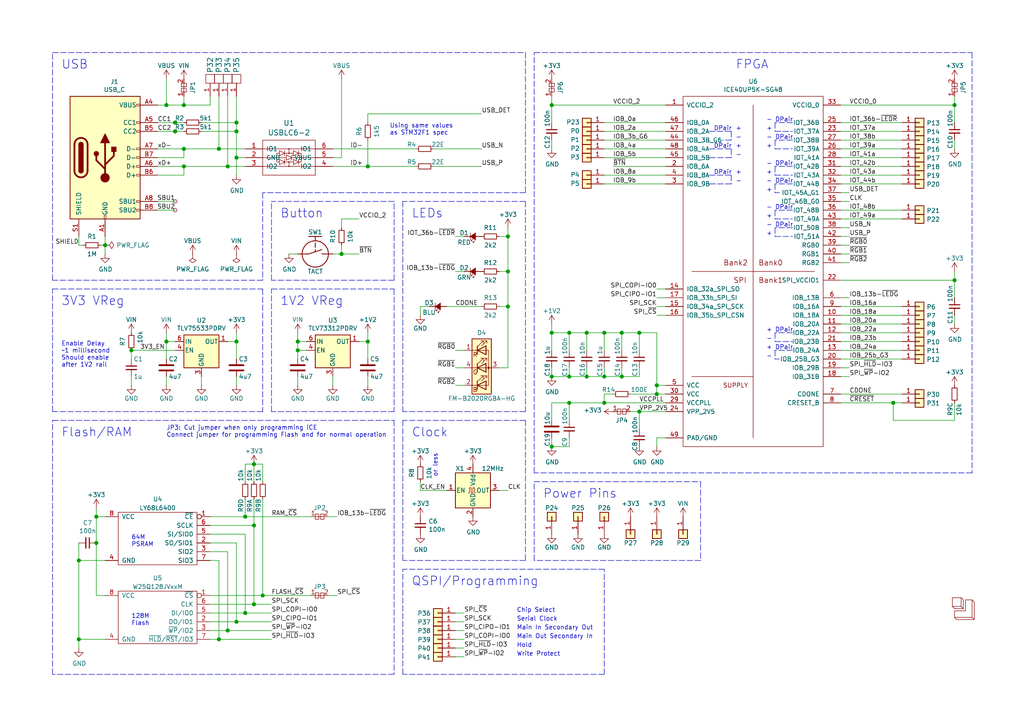
<source format=kicad_sch>
(kicad_sch (version 20250114) (generator "eeschema") (generator_version "9.0")
  (paper "A4")
  (title_block (title "iCEBreaker Bitsy") (date "2021-06-28") (rev "v1.1c") (company "1BitSquared") (comment 1 "© 2018-2021 1BitSquared <info@1bitsquared.com>") (comment 2 "© 2018-2020 Piotr Esden-Tempski <piotr@esden.net>") (comment 3 "© 2020-2021 Jordi Pakey-Rodriguez <jordi@1bitsquared.com>") (comment 4 "License: CC BY-SA 4.0"))
  (text "-" (at 222.25 60.96 0) (effects (font (size 1.27 1.27)) (justify left bottom)))
  (text "+" (at 222.25 96.52 0) (effects (font (size 1.27 1.27)) (justify left bottom)))
  (text "DPair" (at 224.79 40.64 0) (effects (font (size 1.27 1.27)) (justify left bottom)))
  (text "-" (at 222.25 48.26 0) (effects (font (size 1.27 1.27)) (justify left bottom)))
  (text "1V2 VReg" (at 81.28 88.9 0) (effects (font (size 2.54 2.54)) (justify left bottom)))
  (text "+" (at 222.25 38.1 0) (effects (font (size 1.27 1.27)) (justify left bottom)))
  (text "DPair" (at 224.79 48.26 0) (effects (font (size 1.27 1.27)) (justify left bottom)))
  (text "Using same values\nas STM32F1 spec" (at 113.03 39.37 0) (effects (font (size 1.27 1.27)) (justify left bottom)))
  (text "DPair" (at 207.01 50.8 0) (effects (font (size 1.27 1.27)) (justify left bottom)))
  (text "-" (at 222.25 53.34 0) (effects (font (size 1.27 1.27)) (justify left bottom)))
  (text "Clock" (at 119.38 127 0) (effects (font (size 2.54 2.54)) (justify left bottom)))
  (text "+" (at 213.36 38.1 0) (effects (font (size 1.27 1.27)) (justify left bottom)))
  (text "DPair" (at 207.01 43.18 0) (effects (font (size 1.27 1.27)) (justify left bottom)))
  (text "+" (at 213.36 43.18 0) (effects (font (size 1.27 1.27)) (justify left bottom)))
  (text "Main Out Secondary In" (at 149.86 185.42 0) (effects (font (size 1.27 1.27)) (justify left bottom)))
  (text "Main In Secondary Out" (at 149.86 182.88 0) (effects (font (size 1.27 1.27)) (justify left bottom)))
  (text "QSPI/Programming" (at 119.38 170.18 0) (effects (font (size 2.54 2.54)) (justify left bottom)))
  (text "DPair" (at 224.79 66.04 0) (effects (font (size 1.27 1.27)) (justify left bottom)))
  (text "or less" (at 127 138.43 90) (effects (font (size 1.27 1.27)) (justify left bottom)))
  (text "Power Pins" (at 157.48 144.78 0) (effects (font (size 2.54 2.54)) (justify left bottom)))
  (text "+" (at 222.25 55.88 0) (effects (font (size 1.27 1.27)) (justify left bottom)))
  (text "+" (at 222.25 101.6 0) (effects (font (size 1.27 1.27)) (justify left bottom)))
  (text "-" (at 213.36 40.64 0) (effects (font (size 1.27 1.27)) (justify left bottom)))
  (text "Chip Select" (at 149.86 177.8 0) (effects (font (size 1.27 1.27)) (justify left bottom)))
  (text "-" (at 213.36 45.72 0) (effects (font (size 1.27 1.27)) (justify left bottom)))
  (text "Write Protect" (at 149.86 190.5 0) (effects (font (size 1.27 1.27)) (justify left bottom)))
  (text "JP3: Cut jumper when only programming iCE\nConnect jumper for programming Flash and for normal operation" (at 48.26 127 0) (effects (font (size 1.27 1.27)) (justify left bottom)))
  (text "USB" (at 17.78 20.32 0) (effects (font (size 2.54 2.54)) (justify left bottom)))
  (text "-" (at 222.25 104.14 0) (effects (font (size 1.27 1.27)) (justify left bottom)))
  (text "LEDs" (at 119.38 63.5 0) (effects (font (size 2.54 2.54)) (justify left bottom)))
  (text "-" (at 222.25 35.56 0) (effects (font (size 1.27 1.27)) (justify left bottom)))
  (text "-" (at 222.25 40.64 0) (effects (font (size 1.27 1.27)) (justify left bottom)))
  (text "Enable Delay\n~1 millisecond\nShould enable\nafter 1V2 rail" (at 17.78 106.68 0) (effects (font (size 1.27 1.27)) (justify left bottom)))
  (text "64M\nPSRAM" (at 38.1 158.75 0) (effects (font (size 1.27 1.27)) (justify left bottom)))
  (text "-" (at 213.36 53.34 0) (effects (font (size 1.27 1.27)) (justify left bottom)))
  (text "Hold" (at 149.86 187.96 0) (effects (font (size 1.27 1.27)) (justify left bottom)))
  (text "128M\nFlash" (at 38.1 181.61 0) (effects (font (size 1.27 1.27)) (justify left bottom)))
  (text "3V3 VReg" (at 17.78 88.9 0) (effects (font (size 2.54 2.54)) (justify left bottom)))
  (text "DPair" (at 224.79 96.52 0) (effects (font (size 1.27 1.27)) (justify left bottom)))
  (text "FPGA" (at 213.36 20.32 0) (effects (font (size 2.54 2.54)) (justify left bottom)))
  (text "Button" (at 81.28 63.5 0) (effects (font (size 2.54 2.54)) (justify left bottom)))
  (text "DPair" (at 224.79 53.34 0) (effects (font (size 1.27 1.27)) (justify left bottom)))
  (text "Flash/RAM" (at 17.78 127 0) (effects (font (size 2.54 2.54)) (justify left bottom)))
  (text "-" (at 222.25 99.06 0) (effects (font (size 1.27 1.27)) (justify left bottom)))
  (text "+" (at 222.25 68.58 0) (effects (font (size 1.27 1.27)) (justify left bottom)))
  (text "-" (at 222.25 66.04 0) (effects (font (size 1.27 1.27)) (justify left bottom)))
  (text "DPair" (at 207.01 38.1 0) (effects (font (size 1.27 1.27)) (justify left bottom)))
  (text "+" (at 222.25 50.8 0) (effects (font (size 1.27 1.27)) (justify left bottom)))
  (text "DPair" (at 224.79 60.96 0) (effects (font (size 1.27 1.27)) (justify left bottom)))
  (text "+" (at 222.25 63.5 0) (effects (font (size 1.27 1.27)) (justify left bottom)))
  (text "+" (at 213.36 50.8 0) (effects (font (size 1.27 1.27)) (justify left bottom)))
  (text "+" (at 222.25 43.18 0) (effects (font (size 1.27 1.27)) (justify left bottom)))
  (text "DPair" (at 224.79 101.6 0) (effects (font (size 1.27 1.27)) (justify left bottom)))
  (text "Serial Clock" (at 149.86 180.34 0) (effects (font (size 1.27 1.27)) (justify left bottom)))
  (text "DPair" (at 224.79 35.56 0) (effects (font (size 1.27 1.27)) (justify left bottom)))
  (junction (at 165.1 116.84) (diameter 1.016))
  (junction (at 71.12 149.86) (diameter 1.016))
  (junction (at 68.58 99.06) (diameter 1.016))
  (junction (at 86.36 99.06) (diameter 1.016))
  (junction (at 48.26 99.06) (diameter 1.016))
  (junction (at 48.26 30.48) (diameter 1.016))
  (junction (at 165.1 109.22) (diameter 1.016))
  (junction (at 53.34 43.18) (diameter 1.016))
  (junction (at 68.58 35.56) (diameter 1.016))
  (junction (at 22.86 162.56) (diameter 1.016))
  (junction (at 63.5 185.42) (diameter 1.016))
  (junction (at 63.5 43.18) (diameter 1.016))
  (junction (at 185.42 119.38) (diameter 1.016))
  (junction (at 180.34 109.22) (diameter 1.016))
  (junction (at 185.42 96.52) (diameter 1.016))
  (junction (at 259.08 116.84) (diameter 1.016))
  (junction (at 160.02 30.48) (diameter 1.016))
  (junction (at 276.86 30.48) (diameter 1.016))
  (junction (at 27.94 149.86) (diameter 1.016))
  (junction (at 160.02 96.52) (diameter 1.016))
  (junction (at 170.18 96.52) (diameter 1.016))
  (junction (at 27.94 157.48) (diameter 1.016))
  (junction (at 175.26 109.22) (diameter 1.016))
  (junction (at 66.04 182.88) (diameter 1.016))
  (junction (at 190.5 114.3) (diameter 1.016))
  (junction (at 22.86 185.42) (diameter 1.016))
  (junction (at 71.12 177.8) (diameter 1.016))
  (junction (at 160.02 129.54) (diameter 1.016))
  (junction (at 73.66 134.62) (diameter 1.016))
  (junction (at 66.04 48.26) (diameter 1.016))
  (junction (at 86.36 101.6) (diameter 1.016))
  (junction (at 73.66 175.26) (diameter 1.016))
  (junction (at 38.1 101.6) (diameter 1.016))
  (junction (at 190.5 111.76) (diameter 1.016))
  (junction (at 53.34 48.26) (diameter 1.016))
  (junction (at 50.8 35.56) (diameter 1.016))
  (junction (at 175.26 116.84) (diameter 1.016))
  (junction (at 276.86 81.28) (diameter 1.016))
  (junction (at 180.34 96.52) (diameter 1.016))
  (junction (at 50.8 38.1) (diameter 1.016))
  (junction (at 175.26 96.52) (diameter 1.016))
  (junction (at 106.68 99.06) (diameter 1.016))
  (junction (at 76.2 172.72) (diameter 1.016))
  (junction (at 106.68 48.26) (diameter 1.016))
  (junction (at 147.32 68.58) (diameter 1.016))
  (junction (at 68.58 45.72) (diameter 1.016))
  (junction (at 30.48 71.12) (diameter 1.016))
  (junction (at 160.02 109.22) (diameter 1.016))
  (junction (at 73.66 152.4) (diameter 1.016))
  (junction (at 53.34 30.48) (diameter 1.016))
  (junction (at 170.18 109.22) (diameter 1.016))
  (junction (at 68.58 180.34) (diameter 1.016))
  (junction (at 99.06 73.66) (diameter 1.016))
  (junction (at 147.32 78.74) (diameter 1.016))
  (junction (at 147.32 88.9) (diameter 1.016))
  (junction (at 165.1 96.52) (diameter 1.016))
  (junction (at 68.58 38.1) (diameter 1.016))
  (wire (pts (xy 165.1 116.84) (xy 165.1 121.92)))
  (wire (pts (xy 22.86 162.56) (xy 22.86 185.42)))
  (wire (pts (xy 60.96 30.48) (xy 53.34 30.48)))
  (wire (pts (xy 60.96 185.42) (xy 63.5 185.42)))
  (wire (pts (xy 48.26 99.06) (xy 50.8 99.06)))
  (polyline (pts (xy 114.3 83.82) (xy 114.3 119.38)) (stroke (width 0) (type dash)))
  (wire (pts (xy 48.26 30.48) (xy 48.26 22.86)))
  (polyline (pts (xy 212.09 45.72) (xy 205.74 45.72)) (stroke (width 0) (type dash)))
  (polyline (pts (xy 78.74 119.38) (xy 78.74 83.82)) (stroke (width 0) (type dash)))
  (wire (pts (xy 243.84 93.98) (xy 261.62 93.98)))
  (polyline (pts (xy 15.24 15.24) (xy 152.4 15.24)) (stroke (width 0) (type dash)))
  (polyline (pts (xy 229.87 60.96) (xy 224.79 60.96)) (stroke (width 0) (type dash)))
  (wire (pts (xy 66.04 160.02) (xy 66.04 182.88)))
  (wire (pts (xy 38.1 101.6) (xy 38.1 104.14)))
  (wire (pts (xy 193.04 53.34) (xy 175.26 53.34)))
  (polyline (pts (xy 15.24 81.28) (xy 15.24 15.24)) (stroke (width 0) (type dash)))
  (wire (pts (xy 243.84 35.56) (xy 261.62 35.56)))
  (wire (pts (xy 63.5 43.18) (xy 71.12 43.18)))
  (wire (pts (xy 193.04 111.76) (xy 190.5 111.76)))
  (wire (pts (xy 193.04 88.9) (xy 190.5 88.9)))
  (wire (pts (xy 30.48 162.56) (xy 22.86 162.56)))
  (wire (pts (xy 96.52 43.18) (xy 120.65 43.18)))
  (wire (pts (xy 144.78 68.58) (xy 147.32 68.58)))
  (wire (pts (xy 160.02 96.52) (xy 160.02 101.6)))
  (wire (pts (xy 243.84 73.66) (xy 246.38 73.66)))
  (wire (pts (xy 121.92 142.24) (xy 121.92 139.7)))
  (wire (pts (xy 276.86 43.18) (xy 276.86 40.64)))
  (wire (pts (xy 106.68 99.06) (xy 106.68 96.52)))
  (wire (pts (xy 73.66 139.7) (xy 73.66 134.62)))
  (polyline (pts (xy 15.24 121.92) (xy 114.3 121.92)) (stroke (width 0) (type dash)))
  (wire (pts (xy 60.96 182.88) (xy 66.04 182.88)))
  (wire (pts (xy 30.48 149.86) (xy 27.94 149.86)))
  (wire (pts (xy 60.96 154.94) (xy 71.12 154.94)))
  (wire (pts (xy 160.02 129.54) (xy 165.1 129.54)))
  (wire (pts (xy 147.32 78.74) (xy 147.32 68.58)))
  (wire (pts (xy 76.2 134.62) (xy 76.2 139.7)))
  (wire (pts (xy 243.84 114.3) (xy 261.62 114.3)))
  (wire (pts (xy 170.18 96.52) (xy 170.18 101.6)))
  (polyline (pts (xy 224.79 66.04) (xy 224.79 68.58)) (stroke (width 0) (type dash)))
  (wire (pts (xy 63.5 185.42) (xy 78.74 185.42)))
  (wire (pts (xy 193.04 43.18) (xy 175.26 43.18)))
  (polyline (pts (xy 205.74 50.8) (xy 212.09 50.8)) (stroke (width 0) (type dash)))
  (wire (pts (xy 160.02 106.68) (xy 160.02 109.22)))
  (wire (pts (xy 276.86 27.94) (xy 276.86 30.48)))
  (wire (pts (xy 68.58 157.48) (xy 68.58 180.34)))
  (wire (pts (xy 22.86 157.48) (xy 22.86 162.56)))
  (wire (pts (xy 193.04 48.26) (xy 177.8 48.26)))
  (wire (pts (xy 132.08 101.6) (xy 134.62 101.6)))
  (wire (pts (xy 190.5 111.76) (xy 190.5 114.3)))
  (wire (pts (xy 125.73 48.26) (xy 139.7 48.26)))
  (polyline (pts (xy 152.4 121.92) (xy 152.4 162.56)) (stroke (width 0) (type dash)))
  (wire (pts (xy 190.5 96.52) (xy 190.5 111.76)))
  (wire (pts (xy 22.86 71.12) (xy 24.13 71.12)))
  (wire (pts (xy 185.42 96.52) (xy 180.34 96.52)))
  (wire (pts (xy 38.1 111.76) (xy 38.1 109.22)))
  (wire (pts (xy 86.36 99.06) (xy 88.9 99.06)))
  (wire (pts (xy 96.52 45.72) (xy 99.06 45.72)))
  (wire (pts (xy 73.66 134.62) (xy 71.12 134.62)))
  (wire (pts (xy 132.08 177.8) (xy 134.62 177.8)))
  (wire (pts (xy 71.12 154.94) (xy 71.12 177.8)))
  (wire (pts (xy 243.84 76.2) (xy 246.38 76.2)))
  (wire (pts (xy 160.02 121.92) (xy 160.02 116.84)))
  (wire (pts (xy 66.04 48.26) (xy 71.12 48.26)))
  (wire (pts (xy 99.06 45.72) (xy 99.06 22.86)))
  (wire (pts (xy 58.42 35.56) (xy 68.58 35.56)))
  (polyline (pts (xy 224.79 40.64) (xy 224.79 43.18)) (stroke (width 0) (type dash)))
  (wire (pts (xy 165.1 106.68) (xy 165.1 109.22)))
  (wire (pts (xy 259.08 121.92) (xy 276.86 121.92)))
  (wire (pts (xy 243.84 53.34) (xy 261.62 53.34)))
  (polyline (pts (xy 76.2 55.88) (xy 76.2 81.28)) (stroke (width 0) (type dash)))
  (wire (pts (xy 276.86 93.98) (xy 276.86 91.44)))
  (wire (pts (xy 68.58 111.76) (xy 68.58 109.22)))
  (polyline (pts (xy 224.79 35.56) (xy 224.79 38.1)) (stroke (width 0) (type dash)))
  (wire (pts (xy 60.96 162.56) (xy 63.5 162.56)))
  (wire (pts (xy 243.84 104.14) (xy 261.62 104.14)))
  (wire (pts (xy 276.86 81.28) (xy 276.86 86.36)))
  (wire (pts (xy 73.66 134.62) (xy 76.2 134.62)))
  (wire (pts (xy 243.84 68.58) (xy 246.38 68.58)))
  (wire (pts (xy 76.2 144.78) (xy 76.2 172.72)))
  (polyline (pts (xy 114.3 195.58) (xy 15.24 195.58)) (stroke (width 0) (type dash)))
  (wire (pts (xy 95.25 149.86) (xy 97.79 149.86)))
  (wire (pts (xy 60.96 157.48) (xy 68.58 157.48)))
  (wire (pts (xy 68.58 45.72) (xy 68.58 50.8)))
  (wire (pts (xy 48.26 99.06) (xy 48.26 96.52)))
  (wire (pts (xy 95.25 172.72) (xy 97.79 172.72)))
  (wire (pts (xy 86.36 99.06) (xy 86.36 96.52)))
  (wire (pts (xy 86.36 104.14) (xy 86.36 101.6)))
  (wire (pts (xy 124.46 88.9) (xy 121.92 88.9)))
  (wire (pts (xy 243.84 66.04) (xy 246.38 66.04)))
  (wire (pts (xy 193.04 86.36) (xy 190.5 86.36)))
  (wire (pts (xy 27.94 149.86) (xy 27.94 157.48)))
  (wire (pts (xy 182.88 119.38) (xy 185.42 119.38)))
  (polyline (pts (xy 229.87 101.6) (xy 224.79 101.6)) (stroke (width 0) (type dash)))
  (polyline (pts (xy 114.3 119.38) (xy 78.74 119.38)) (stroke (width 0) (type dash)))
  (wire (pts (xy 243.84 50.8) (xy 261.62 50.8)))
  (polyline (pts (xy 229.87 40.64) (xy 224.79 40.64)) (stroke (width 0) (type dash)))
  (wire (pts (xy 165.1 96.52) (xy 160.02 96.52)))
  (wire (pts (xy 190.5 127) (xy 190.5 129.54)))
  (polyline (pts (xy 212.09 38.1) (xy 212.09 40.64)) (stroke (width 0) (type dash)))
  (wire (pts (xy 106.68 111.76) (xy 106.68 109.22)))
  (polyline (pts (xy 154.94 15.24) (xy 281.94 15.24)) (stroke (width 0) (type dash)))
  (wire (pts (xy 193.04 127) (xy 190.5 127)))
  (wire (pts (xy 175.26 106.68) (xy 175.26 109.22)))
  (wire (pts (xy 243.84 48.26) (xy 261.62 48.26)))
  (wire (pts (xy 99.06 73.66) (xy 99.06 71.12)))
  (wire (pts (xy 66.04 27.94) (xy 66.04 48.26)))
  (polyline (pts (xy 152.4 119.38) (xy 116.84 119.38)) (stroke (width 0) (type dash)))
  (wire (pts (xy 60.96 27.94) (xy 60.96 30.48)))
  (polyline (pts (xy 175.26 195.58) (xy 116.84 195.58)) (stroke (width 0) (type dash)))
  (wire (pts (xy 160.02 30.48) (xy 160.02 35.56)))
  (wire (pts (xy 144.78 78.74) (xy 147.32 78.74)))
  (wire (pts (xy 165.1 96.52) (xy 165.1 101.6)))
  (wire (pts (xy 180.34 96.52) (xy 180.34 101.6)))
  (wire (pts (xy 22.86 185.42) (xy 22.86 187.96)))
  (wire (pts (xy 160.02 27.94) (xy 160.02 30.48)))
  (wire (pts (xy 45.72 35.56) (xy 50.8 35.56)))
  (wire (pts (xy 50.8 35.56) (xy 53.34 35.56)))
  (polyline (pts (xy 229.87 48.26) (xy 224.79 48.26)) (stroke (width 0) (type dash)))
  (wire (pts (xy 165.1 109.22) (xy 170.18 109.22)))
  (wire (pts (xy 243.84 40.64) (xy 261.62 40.64)))
  (wire (pts (xy 106.68 33.02) (xy 139.7 33.02)))
  (wire (pts (xy 243.84 101.6) (xy 261.62 101.6)))
  (wire (pts (xy 45.72 58.42) (xy 50.8 58.42)))
  (polyline (pts (xy 152.4 58.42) (xy 116.84 58.42)) (stroke (width 0) (type dash)))
  (wire (pts (xy 160.02 116.84) (xy 165.1 116.84)))
  (wire (pts (xy 129.54 88.9) (xy 139.7 88.9)))
  (wire (pts (xy 180.34 106.68) (xy 180.34 109.22)))
  (wire (pts (xy 276.86 121.92) (xy 276.86 116.84)))
  (wire (pts (xy 66.04 182.88) (xy 78.74 182.88)))
  (wire (pts (xy 259.08 116.84) (xy 261.62 116.84)))
  (wire (pts (xy 165.1 127) (xy 165.1 129.54)))
  (wire (pts (xy 86.36 109.22) (xy 86.36 111.76)))
  (wire (pts (xy 60.96 177.8) (xy 71.12 177.8)))
  (wire (pts (xy 243.84 55.88) (xy 246.38 55.88)))
  (wire (pts (xy 38.1 101.6) (xy 50.8 101.6)))
  (wire (pts (xy 193.04 91.44) (xy 190.5 91.44)))
  (wire (pts (xy 125.73 43.18) (xy 139.7 43.18)))
  (wire (pts (xy 175.26 116.84) (xy 165.1 116.84)))
  (polyline (pts (xy 203.2 139.7) (xy 203.2 162.56)) (stroke (width 0) (type dash)))
  (wire (pts (xy 160.02 30.48) (xy 193.04 30.48)))
  (polyline (pts (xy 224.79 104.14) (xy 226.06 104.14)) (stroke (width 0) (type dash)))
  (wire (pts (xy 243.84 96.52) (xy 261.62 96.52)))
  (wire (pts (xy 132.08 180.34) (xy 134.62 180.34)))
  (wire (pts (xy 193.04 35.56) (xy 175.26 35.56)))
  (wire (pts (xy 160.02 93.98) (xy 160.02 96.52)))
  (wire (pts (xy 147.32 88.9) (xy 147.32 78.74)))
  (polyline (pts (xy 15.24 119.38) (xy 15.24 83.82)) (stroke (width 0) (type dash)))
  (wire (pts (xy 175.26 109.22) (xy 170.18 109.22)))
  (polyline (pts (xy 229.87 96.52) (xy 224.79 96.52)) (stroke (width 0) (type dash)))
  (wire (pts (xy 175.26 114.3) (xy 175.26 116.84)))
  (wire (pts (xy 30.48 71.12) (xy 30.48 68.58)))
  (wire (pts (xy 30.48 71.12) (xy 30.48 73.66)))
  (wire (pts (xy 243.84 116.84) (xy 259.08 116.84)))
  (wire (pts (xy 243.84 58.42) (xy 246.38 58.42)))
  (wire (pts (xy 243.84 38.1) (xy 261.62 38.1)))
  (polyline (pts (xy 229.87 53.34) (xy 224.79 53.34)) (stroke (width 0) (type dash)))
  (polyline (pts (xy 175.26 165.1) (xy 116.84 165.1)) (stroke (width 0) (type dash)))
  (wire (pts (xy 53.34 50.8) (xy 53.34 48.26)))
  (wire (pts (xy 99.06 63.5) (xy 99.06 66.04)))
  (wire (pts (xy 243.84 109.22) (xy 246.38 109.22)))
  (wire (pts (xy 193.04 40.64) (xy 175.26 40.64)))
  (polyline (pts (xy 152.4 58.42) (xy 152.4 119.38)) (stroke (width 0) (type dash)))
  (polyline (pts (xy 76.2 83.82) (xy 76.2 119.38)) (stroke (width 0) (type dash)))
  (wire (pts (xy 68.58 38.1) (xy 68.58 45.72)))
  (wire (pts (xy 60.96 175.26) (xy 73.66 175.26)))
  (polyline (pts (xy 224.79 96.52) (xy 224.79 99.06)) (stroke (width 0) (type dash)))
  (wire (pts (xy 160.02 43.18) (xy 160.02 40.64)))
  (wire (pts (xy 71.12 134.62) (xy 71.12 139.7)))
  (polyline (pts (xy 154.94 137.16) (xy 154.94 15.24)) (stroke (width 0) (type dash)))
  (wire (pts (xy 106.68 35.56) (xy 106.68 33.02)))
  (polyline (pts (xy 281.94 15.24) (xy 281.94 137.16)) (stroke (width 0) (type dash)))
  (wire (pts (xy 276.86 81.28) (xy 276.86 78.74)))
  (wire (pts (xy 96.52 48.26) (xy 106.68 48.26)))
  (wire (pts (xy 160.02 127) (xy 160.02 129.54)))
  (wire (pts (xy 104.14 63.5) (xy 99.06 63.5)))
  (polyline (pts (xy 212.09 50.8) (xy 212.09 53.34)) (stroke (width 0) (type dash)))
  (wire (pts (xy 71.12 149.86) (xy 90.17 149.86)))
  (wire (pts (xy 86.36 101.6) (xy 86.36 99.06)))
  (wire (pts (xy 134.62 185.42) (xy 132.08 185.42)))
  (polyline (pts (xy 224.79 53.34) (xy 224.79 55.88)) (stroke (width 0) (type dash)))
  (polyline (pts (xy 15.24 83.82) (xy 76.2 83.82)) (stroke (width 0) (type dash)))
  (wire (pts (xy 45.72 43.18) (xy 53.34 43.18)))
  (wire (pts (xy 45.72 30.48) (xy 48.26 30.48)))
  (polyline (pts (xy 212.09 40.64) (xy 209.55 40.64)) (stroke (width 0) (type dash)))
  (wire (pts (xy 71.12 177.8) (xy 78.74 177.8)))
  (polyline (pts (xy 175.26 195.58) (xy 175.26 165.1)) (stroke (width 0) (type dash)))
  (wire (pts (xy 132.08 111.76) (xy 134.62 111.76)))
  (wire (pts (xy 45.72 45.72) (xy 53.34 45.72)))
  (wire (pts (xy 121.92 88.9) (xy 121.92 91.44)))
  (wire (pts (xy 132.08 187.96) (xy 134.62 187.96)))
  (wire (pts (xy 45.72 50.8) (xy 53.34 50.8)))
  (wire (pts (xy 185.42 124.46) (xy 185.42 119.38)))
  (polyline (pts (xy 78.74 81.28) (xy 78.74 58.42)) (stroke (width 0) (type dash)))
  (wire (pts (xy 27.94 149.86) (xy 27.94 147.32)))
  (wire (pts (xy 88.9 101.6) (xy 86.36 101.6)))
  (polyline (pts (xy 152.4 121.92) (xy 116.84 121.92)) (stroke (width 0) (type dash)))
  (polyline (pts (xy 114.3 121.92) (xy 114.3 195.58)) (stroke (width 0) (type dash)))
  (polyline (pts (xy 224.79 63.5) (xy 229.87 63.5)) (stroke (width 0) (type dash)))
  (wire (pts (xy 60.96 180.34) (xy 68.58 180.34)))
  (polyline (pts (xy 224.79 48.26) (xy 224.79 50.8)) (stroke (width 0) (type dash)))
  (wire (pts (xy 99.06 73.66) (xy 104.14 73.66)))
  (wire (pts (xy 53.34 27.94) (xy 53.34 30.48)))
  (wire (pts (xy 144.78 88.9) (xy 147.32 88.9)))
  (wire (pts (xy 58.42 109.22) (xy 58.42 111.76)))
  (polyline (pts (xy 224.79 55.88) (xy 226.06 55.88)) (stroke (width 0) (type dash)))
  (wire (pts (xy 134.62 78.74) (xy 132.08 78.74)))
  (wire (pts (xy 121.92 142.24) (xy 129.54 142.24)))
  (polyline (pts (xy 152.4 162.56) (xy 116.84 162.56)) (stroke (width 0) (type dash)))
  (wire (pts (xy 243.84 71.12) (xy 246.38 71.12)))
  (wire (pts (xy 180.34 96.52) (xy 175.26 96.52)))
  (wire (pts (xy 243.84 106.68) (xy 246.38 106.68)))
  (polyline (pts (xy 224.79 43.18) (xy 229.87 43.18)) (stroke (width 0) (type dash)))
  (wire (pts (xy 243.84 63.5) (xy 261.62 63.5)))
  (wire (pts (xy 58.42 38.1) (xy 68.58 38.1)))
  (wire (pts (xy 22.86 185.42) (xy 30.48 185.42)))
  (wire (pts (xy 53.34 45.72) (xy 53.34 43.18)))
  (wire (pts (xy 104.14 99.06) (xy 106.68 99.06)))
  (wire (pts (xy 27.94 157.48) (xy 27.94 172.72)))
  (wire (pts (xy 175.26 96.52) (xy 175.26 101.6)))
  (wire (pts (xy 22.86 68.58) (xy 22.86 71.12)))
  (polyline (pts (xy 116.84 58.42) (xy 116.84 119.38)) (stroke (width 0) (type dash)))
  (polyline (pts (xy 15.24 195.58) (xy 15.24 121.92)) (stroke (width 0) (type dash)))
  (polyline (pts (xy 76.2 81.28) (xy 15.24 81.28)) (stroke (width 0) (type dash)))
  (wire (pts (xy 160.02 109.22) (xy 165.1 109.22)))
  (polyline (pts (xy 152.4 15.24) (xy 152.4 55.88)) (stroke (width 0) (type dash)))
  (wire (pts (xy 193.04 50.8) (xy 175.26 50.8)))
  (polyline (pts (xy 212.09 53.34) (xy 205.74 53.34)) (stroke (width 0) (type dash)))
  (polyline (pts (xy 78.74 83.82) (xy 114.3 83.82)) (stroke (width 0) (type dash)))
  (polyline (pts (xy 224.79 60.96) (xy 224.79 63.5)) (stroke (width 0) (type dash)))
  (wire (pts (xy 243.84 86.36) (xy 246.38 86.36)))
  (polyline (pts (xy 224.79 68.58) (xy 229.87 68.58)) (stroke (width 0) (type dash)))
  (polyline (pts (xy 154.94 162.56) (xy 154.94 139.7)) (stroke (width 0) (type dash)))
  (wire (pts (xy 193.04 38.1) (xy 175.26 38.1)))
  (polyline (pts (xy 205.74 38.1) (xy 212.09 38.1)) (stroke (width 0) (type dash)))
  (wire (pts (xy 243.84 43.18) (xy 261.62 43.18)))
  (polyline (pts (xy 224.79 101.6) (xy 224.79 104.14)) (stroke (width 0) (type dash)))
  (wire (pts (xy 60.96 149.86) (xy 71.12 149.86)))
  (polyline (pts (xy 116.84 195.58) (xy 116.84 165.1)) (stroke (width 0) (type dash)))
  (wire (pts (xy 53.34 48.26) (xy 66.04 48.26)))
  (wire (pts (xy 134.62 68.58) (xy 132.08 68.58)))
  (polyline (pts (xy 154.94 139.7) (xy 203.2 139.7)) (stroke (width 0) (type dash)))
  (wire (pts (xy 180.34 109.22) (xy 175.26 109.22)))
  (polyline (pts (xy 114.3 81.28) (xy 114.3 58.42)) (stroke (width 0) (type dash)))
  (wire (pts (xy 193.04 83.82) (xy 190.5 83.82)))
  (wire (pts (xy 193.04 114.3) (xy 190.5 114.3)))
  (wire (pts (xy 243.84 45.72) (xy 261.62 45.72)))
  (polyline (pts (xy 76.2 119.38) (xy 15.24 119.38)) (stroke (width 0) (type dash)))
  (wire (pts (xy 243.84 81.28) (xy 276.86 81.28)))
  (wire (pts (xy 66.04 99.06) (xy 68.58 99.06)))
  (wire (pts (xy 53.34 43.18) (xy 63.5 43.18)))
  (wire (pts (xy 63.5 27.94) (xy 63.5 43.18)))
  (wire (pts (xy 68.58 99.06) (xy 68.58 96.52)))
  (wire (pts (xy 96.52 73.66) (xy 99.06 73.66)))
  (polyline (pts (xy 224.79 99.06) (xy 229.87 99.06)) (stroke (width 0) (type dash)))
  (wire (pts (xy 170.18 96.52) (xy 165.1 96.52)))
  (wire (pts (xy 71.12 149.86) (xy 71.12 144.78)))
  (wire (pts (xy 63.5 162.56) (xy 63.5 185.42)))
  (wire (pts (xy 86.36 73.66) (xy 83.82 73.66)))
  (wire (pts (xy 185.42 106.68) (xy 185.42 109.22)))
  (wire (pts (xy 190.5 114.3) (xy 182.88 114.3)))
  (wire (pts (xy 134.62 190.5) (xy 132.08 190.5)))
  (wire (pts (xy 243.84 91.44) (xy 261.62 91.44)))
  (polyline (pts (xy 229.87 35.56) (xy 224.79 35.56)) (stroke (width 0) (type dash)))
  (polyline (pts (xy 212.09 43.18) (xy 212.09 45.72)) (stroke (width 0) (type dash)))
  (polyline (pts (xy 116.84 121.92) (xy 116.84 162.56)) (stroke (width 0) (type dash)))
  (wire (pts (xy 73.66 175.26) (xy 78.74 175.26)))
  (wire (pts (xy 68.58 99.06) (xy 68.58 104.14)))
  (wire (pts (xy 45.72 60.96) (xy 50.8 60.96)))
  (wire (pts (xy 106.68 48.26) (xy 106.68 40.64)))
  (wire (pts (xy 48.26 109.22) (xy 48.26 111.76)))
  (wire (pts (xy 243.84 88.9) (xy 261.62 88.9)))
  (wire (pts (xy 147.32 106.68) (xy 147.32 88.9)))
  (wire (pts (xy 68.58 27.94) (xy 68.58 35.56)))
  (wire (pts (xy 73.66 152.4) (xy 60.96 152.4)))
  (polyline (pts (xy 281.94 137.16) (xy 154.94 137.16)) (stroke (width 0) (type dash)))
  (wire (pts (xy 106.68 48.26) (xy 120.65 48.26)))
  (wire (pts (xy 45.72 48.26) (xy 53.34 48.26)))
  (wire (pts (xy 185.42 96.52) (xy 185.42 101.6)))
  (wire (pts (xy 76.2 172.72) (xy 90.17 172.72)))
  (wire (pts (xy 185.42 109.22) (xy 180.34 109.22)))
  (wire (pts (xy 48.26 104.14) (xy 48.26 99.06)))
  (polyline (pts (xy 203.2 162.56) (xy 154.94 162.56)) (stroke (width 0) (type dash)))
  (wire (pts (xy 132.08 106.68) (xy 134.62 106.68)))
  (wire (pts (xy 259.08 116.84) (xy 259.08 121.92)))
  (wire (pts (xy 27.94 172.72) (xy 30.48 172.72)))
  (wire (pts (xy 185.42 119.38) (xy 193.04 119.38)))
  (wire (pts (xy 170.18 109.22) (xy 170.18 106.68)))
  (wire (pts (xy 144.78 106.68) (xy 147.32 106.68)))
  (wire (pts (xy 276.86 30.48) (xy 276.86 35.56)))
  (wire (pts (xy 73.66 152.4) (xy 73.66 175.26)))
  (wire (pts (xy 243.84 99.06) (xy 261.62 99.06)))
  (wire (pts (xy 134.62 182.88) (xy 132.08 182.88)))
  (wire (pts (xy 73.66 152.4) (xy 73.66 144.78)))
  (wire (pts (xy 177.8 114.3) (xy 175.26 114.3)))
  (polyline (pts (xy 224.79 50.8) (xy 229.87 50.8)) (stroke (width 0) (type dash)))
  (wire (pts (xy 190.5 96.52) (xy 185.42 96.52)))
  (polyline (pts (xy 114.3 58.42) (xy 78.74 58.42)) (stroke (width 0) (type dash)))
  (wire (pts (xy 71.12 45.72) (xy 68.58 45.72)))
  (wire (pts (xy 45.72 38.1) (xy 50.8 38.1)))
  (wire (pts (xy 50.8 38.1) (xy 53.34 38.1)))
  (wire (pts (xy 193.04 45.72) (xy 175.26 45.72)))
  (wire (pts (xy 96.52 109.22) (xy 96.52 111.76)))
  (wire (pts (xy 68.58 180.34) (xy 78.74 180.34)))
  (wire (pts (xy 60.96 160.02) (xy 66.04 160.02)))
  (polyline (pts (xy 224.79 38.1) (xy 229.87 38.1)) (stroke (width 0) (type dash)))
  (wire (pts (xy 193.04 116.84) (xy 175.26 116.84)))
  (wire (pts (xy 106.68 99.06) (xy 106.68 104.14)))
  (wire (pts (xy 144.78 142.24) (xy 147.32 142.24)))
  (wire (pts (xy 60.96 172.72) (xy 76.2 172.72)))
  (polyline (pts (xy 152.4 55.88) (xy 76.2 55.88)) (stroke (width 0) (type dash)))
  (polyline (pts (xy 114.3 81.28) (xy 78.74 81.28)) (stroke (width 0) (type dash)))
  (wire (pts (xy 48.26 30.48) (xy 53.34 30.48)))
  (wire (pts (xy 175.26 96.52) (xy 170.18 96.52)))
  (wire (pts (xy 68.58 35.56) (xy 68.58 38.1)))
  (wire (pts (xy 243.84 60.96) (xy 261.62 60.96)))
  (wire (pts (xy 243.84 30.48) (xy 276.86 30.48)))
  (wire (pts (xy 29.21 71.12) (xy 30.48 71.12)))
  (wire (pts (xy 147.32 68.58) (xy 147.32 66.04)))
  (polyline (pts (xy 229.87 66.04) (xy 224.79 66.04)) (stroke (width 0) (type dash)))
  (polyline (pts (xy 205.74 43.18) (xy 212.09 43.18)) (stroke (width 0) (type dash)))
  (label "SPI_~{HLD}-IO3" (at 246.38 106.68 0))
  (label "~{RGB2}" (at 246.38 76.2 0))
  (label "SPI_~{WP}-IO2" (at 78.74 182.88 0))
  (label "VCCIO_2" (at 177.8 30.48 0))
  (label "~{RGB1}" (at 246.38 73.66 0))
  (label "CLK" (at 147.32 142.24 0))
  (label "SPI_SCK" (at 190.5 88.9 180))
  (label "IOT_48b" (at 246.38 60.96 0))
  (label "IOB_8a" (at 177.8 50.8 0))
  (label "IOT_42b" (at 246.38 48.26 0))
  (label "IOT_41a" (at 246.38 45.72 0))
  (label "IOB_23b" (at 246.38 99.06 0))
  (label "~{CRESET}" (at 246.38 116.84 0))
  (label "SPI_COPI-IO0" (at 78.74 177.8 0))
  (label "IOB_24a" (at 246.38 101.6 0))
  (label "SPI_COPI-IO0" (at 190.5 83.82 180))
  (label "RAM_~{CS}" (at 78.74 149.86 0))
  (label "USB_DET" (at 246.38 55.88 0))
  (label "~{BTN}" (at 104.14 73.66 0))
  (label "3V3_EN" (at 40.64 101.6 0))
  (label "IOT_37a" (at 246.38 38.1 0))
  (label "USB_P" (at 139.7 48.26 0))
  (label "CLK" (at 246.38 58.42 0))
  (label "VCCPLL" (at 185.42 116.84 0))
  (label "IOB_9b" (at 177.8 53.34 0))
  (label "IOB_13b-~{LEDG}" (at 132.08 78.74 180))
  (label "IOT_43a" (at 246.38 50.8 0))
  (label "VPP_2V5" (at 185.42 119.38 0))
  (label "SPI_CIPO-IO1" (at 134.62 182.88 0))
  (label "~{RGB2}" (at 132.08 111.76 180))
  (label "SPI_CIPO-IO1" (at 190.5 86.36 180))
  (label "iD-" (at 101.6 43.18 0))
  (label "SPI_~{WP}-IO2" (at 246.38 109.22 0))
  (label "USB_DET" (at 139.7 33.02 0))
  (label "SBU2" (at 50.8 60.96 180))
  (label "xD-" (at 45.72 43.18 0))
  (label "SPI_SCK" (at 134.62 180.34 0))
  (label "CDONE" (at 246.38 114.3 0))
  (label "IOB_20a" (at 246.38 93.98 0))
  (label "CLK_EN" (at 121.92 142.24 0))
  (label "USB_P" (at 246.38 68.58 0))
  (label "IOB_5b" (at 177.8 45.72 0))
  (label "SPI_~{CS}" (at 190.5 91.44 180))
  (label "SPI_SCK" (at 78.74 175.26 0))
  (label "IOB_18a" (at 246.38 91.44 0))
  (label "~{BTN}" (at 177.8 48.26 0))
  (label "~{RGB1}" (at 132.08 106.68 180))
  (label "CC2" (at 45.72 38.1 0))
  (label "iD+" (at 101.6 48.26 0))
  (label "IOB_2a" (at 177.8 38.1 0))
  (label "CC1" (at 45.72 35.56 0))
  (label "IOT_36b-~{LEDR}" (at 246.38 35.56 0))
  (label "IOB_13b-~{LEDG}" (at 97.79 149.86 0))
  (label "IOT_36b-~{LEDR}" (at 132.08 68.58 180))
  (label "SBU1" (at 50.8 58.42 180))
  (label "FLASH_~{CS}" (at 78.74 172.72 0))
  (label "VCCIO_0" (at 246.38 30.48 0))
  (label "xD+" (at 45.72 48.26 0))
  (label "SHIELD" (at 22.86 71.12 180))
  (label "IOT_38b" (at 246.38 40.64 0))
  (label "SPI_~{HLD}-IO3" (at 134.62 187.96 0))
  (label "SPI_CIPO-IO1" (at 78.74 180.34 0))
  (label "USB_N" (at 246.38 66.04 0))
  (label "IOB_16a" (at 246.38 88.9 0))
  (label "SPI_~{WP}-IO2" (at 134.62 190.5 0))
  (label "SPI_~{CS}" (at 134.62 177.8 0))
  (label "IOB_4a" (at 177.8 43.18 0))
  (label "CDONE" (at 132.08 88.9 0))
  (label "IOB_25b_G3" (at 246.38 104.14 0))
  (label "SPI_~{CS}" (at 97.79 172.72 0))
  (label "IOB_0a" (at 177.8 35.56 0))
  (label "IOT_49a" (at 246.38 63.5 0))
  (label "SPI_~{HLD}-IO3" (at 78.74 185.42 0))
  (label "IOT_44b" (at 246.38 53.34 0))
  (label "~{RGB0}" (at 132.08 101.6 180))
  (label "VCCIO_2" (at 104.14 63.5 0))
  (label "IOB_3b_G6" (at 177.8 40.64 0))
  (label "~{RGB0}" (at 246.38 71.12 0))
  (label "IOB_22a" (at 246.38 96.52 0))
  (label "IOT_39a" (at 246.38 43.18 0))
  (label "IOB_13b-~{LEDG}" (at 246.38 86.36 0))
  (label "USB_N" (at 139.7 43.18 0))
  (label "SPI_COPI-IO0" (at 134.62 185.42 0))
  (symbol (lib_id "pkl_lattice:ICE40UP5K-SG48") (at 218.44 78.74 0) (unit 1)
    (property "Reference" "U6" (at 218.44 23.622 0))
    (property "Value" "ICE40UP5K-SG48" (at 218.44 25.9842 0))
    (property "Footprint" "pkl_housings_dfn_qfn:QFN-48-1EP_7x7mm_Pitch0.5mm" (effects (hide yes)))
    (property "Datasheet" "https://jlcpcb.com/api/file/downloadByFileSystemAccessId/8589041697455661056" (effects (hide yes)))
    (property "Description" "C2678152" (effects (hide yes)))
    (property "Source" "ANY" (effects (hide yes)))
    (property "Key" "ic-ice40up5k-sg48" (effects (hide yes)))
  )
  (symbol (lib_id "power:GND") (at 190.5 129.54 0) (unit 1)
    (property "Reference" "#PWR01" (effects (hide yes)))
    (property "Value" "GND" (at 190.627 134.0104 0))
  )
  (symbol (lib_id "pkl_device:pkl_R_Small") (at 121.92 137.16 0) (unit 1)
    (property "Reference" "R8" (at 119.38 137.16 90))
    (property "Value" "10k" (at 124.46 137.16 90))
    (property "Footprint" "pkl_dipol:R_0402" (effects (hide yes)))
    (property "Source" "ANY" (effects (hide yes)))
    (property "Key" "res-0402-10k" (effects (hide yes)))
    (property "LCSC" "C25744" (effects (hide yes)))
  )
  (symbol (lib_id "power:+3V3") (at 137.16 134.62 0) (unit 1)
    (property "Reference" "#PWR02" (effects (hide yes)))
    (property "Value" "+3V3" (at 137.16 130.81 0))
  )
  (symbol (lib_id "power:+3V3") (at 121.92 134.62 0) (unit 1)
    (property "Reference" "#PWR03" (effects (hide yes)))
    (property "Value" "+3V3" (at 121.92 130.81 0))
  )
  (symbol (lib_id "power:GND") (at 137.16 149.86 0) (unit 1)
    (property "Reference" "#PWR05" (effects (hide yes)))
    (property "Value" "GND" (at 137.287 154.3304 0))
  )
  (symbol (lib_id "pkl_device:pkl_C_Small") (at 121.92 152.4 0) (unit 1)
    (property "Reference" "C6" (at 124.2568 151.2062 0) (effects (justify left)))
    (property "Value" "100n" (at 124.2568 153.5684 0) (effects (justify left)))
    (property "Footprint" "pkl_dipol:C_0402" (effects (hide yes)))
    (property "Source" "ANY" (effects (hide yes)))
    (property "Key" "cap-cer-0402-100n" (effects (hide yes)))
    (property "LCSC" "C1525" (effects (hide yes)))
  )
  (symbol (lib_id "pkl_device:pkl_R_Small") (at 26.67 71.12 270) (unit 1)
    (property "Reference" "R1" (at 26.67 68.58 90))
    (property "Value" "1M" (at 26.67 73.66 90))
    (property "Footprint" "pkl_dipol:R_0402" (effects (hide yes)))
    (property "Source" "ANY" (effects (hide yes)))
    (property "Key" "res-0402-1m" (effects (hide yes)))
    (property "LCSC" "C26083" (effects (hide yes)))
  )
  (symbol (lib_id "power:GND") (at 30.48 73.66 0) (unit 1)
    (property "Reference" "#PWR06" (effects (hide yes)))
    (property "Value" "GND" (at 30.607 78.1304 0))
  )
  (symbol (lib_id "pkl_device:pkl_C_Small") (at 185.42 104.14 0) (mirror y) (unit 1)
    (property "Reference" "C13" (at 184.15 109.22 90) (effects (justify left)))
    (property "Value" "10n" (at 184.15 102.87 90) (effects (justify left)))
    (property "Footprint" "pkl_dipol:C_0402" (effects (hide yes)))
    (property "Source" "ANY" (effects (hide yes)))
    (property "Key" "cap-cer-0402-10n" (effects (hide yes)))
    (property "LCSC" "C15195" (effects (hide yes)))
  )
  (symbol (lib_id "pkl_device:pkl_C_Small") (at 180.34 104.14 0) (mirror y) (unit 1)
    (property "Reference" "C14" (at 179.07 109.22 90) (effects (justify left)))
    (property "Value" "100n" (at 179.07 102.87 90) (effects (justify left)))
    (property "Footprint" "pkl_dipol:C_0402" (effects (hide yes)))
    (property "Source" "ANY" (effects (hide yes)))
    (property "Key" "cap-cer-0402-100n" (effects (hide yes)))
    (property "LCSC" "C1525" (effects (hide yes)))
  )
  (symbol (lib_id "pkl_device:pkl_C_Small") (at 175.26 104.14 0) (mirror y) (unit 1)
    (property "Reference" "C15" (at 173.99 109.22 90) (effects (justify left)))
    (property "Value" "1u" (at 173.99 102.87 90) (effects (justify left)))
    (property "Footprint" "pkl_dipol:C_0402" (effects (hide yes)))
    (property "Source" "ANY" (effects (hide yes)))
    (property "Key" "cap-cer-0402-1u" (effects (hide yes)))
    (property "LCSC" "C52923" (effects (hide yes)))
  )
  (symbol (lib_id "pkl_device:pkl_C") (at 48.26 106.68 0) (unit 1)
    (property "Reference" "C2" (at 48.895 104.14 0) (effects (justify left)))
    (property "Value" "4u7" (at 48.895 109.22 0) (effects (justify left)))
    (property "Footprint" "pkl_dipol:C_0603" (effects (hide yes)))
    (property "Source" "ANY" (effects (hide yes)))
    (property "Key" "cap-cer-0603-4u7" (effects (hide yes)))
  )
  (symbol (lib_id "power:GND") (at 48.26 111.76 0) (unit 1)
    (property "Reference" "#PWR081" (effects (hide yes)))
    (property "Value" "GND" (at 48.26 115.57 0))
  )
  (symbol (lib_id "pkl_device:pkl_C") (at 68.58 106.68 0) (unit 1)
    (property "Reference" "C3" (at 69.215 104.14 0) (effects (justify left)))
    (property "Value" "4u7" (at 69.215 109.22 0) (effects (justify left)))
    (property "Footprint" "pkl_dipol:C_0603" (effects (hide yes)))
    (property "Source" "ANY" (effects (hide yes)))
    (property "Key" "cap-cer-0603-4u7" (effects (hide yes)))
  )
  (symbol (lib_id "power:GND") (at 58.42 111.76 0) (unit 1)
    (property "Reference" "#PWR082" (effects (hide yes)))
    (property "Value" "GND" (at 58.42 115.57 0))
  )
  (symbol (lib_id "power:+3V3") (at 68.58 96.52 0) (unit 1)
    (property "Reference" "#PWR084" (effects (hide yes)))
    (property "Value" "+3V3" (at 68.58 92.71 0))
  )
  (symbol (lib_id "pkl_device:pkl_C") (at 86.36 106.68 0) (unit 1)
    (property "Reference" "C4" (at 86.995 104.14 0) (effects (justify left)))
    (property "Value" "4u7" (at 86.995 109.22 0) (effects (justify left)))
    (property "Footprint" "pkl_dipol:C_0603" (effects (hide yes)))
    (property "Source" "ANY" (effects (hide yes)))
    (property "Key" "cap-cer-0603-4u7" (effects (hide yes)))
  )
  (symbol (lib_id "power:GND") (at 86.36 111.76 0) (unit 1)
    (property "Reference" "#PWR085" (effects (hide yes)))
    (property "Value" "GND" (at 86.36 115.57 0))
  )
  (symbol (lib_id "pkl_device:pkl_C") (at 106.68 106.68 0) (unit 1)
    (property "Reference" "C5" (at 107.315 104.14 0) (effects (justify left)))
    (property "Value" "4u7" (at 107.315 109.22 0) (effects (justify left)))
    (property "Footprint" "pkl_dipol:C_0603" (effects (hide yes)))
    (property "Source" "ANY" (effects (hide yes)))
    (property "Key" "cap-cer-0603-4u7" (effects (hide yes)))
  )
  (symbol (lib_id "power:GND") (at 96.52 111.76 0) (unit 1)
    (property "Reference" "#PWR086" (effects (hide yes)))
    (property "Value" "GND" (at 96.52 115.57 0))
  )
  (symbol (lib_id "power:+1V2") (at 106.68 96.52 0) (unit 1)
    (property "Reference" "#PWR088" (effects (hide yes)))
    (property "Value" "+1V2" (at 106.68 92.71 0))
  )
  (symbol (lib_id "pkl_device:pkl_R_Small") (at 180.34 114.3 90) (unit 1)
    (property "Reference" "R14" (at 176.53 113.03 90))
    (property "Value" "100E" (at 185.42 113.03 90))
    (property "Footprint" "pkl_dipol:R_0402" (effects (hide yes)))
    (property "Source" "ANY" (effects (hide yes)))
    (property "Key" "res-0402-100" (effects (hide yes)))
    (property "LCSC" "C25076" (effects (hide yes)))
  )
  (symbol (lib_id "pkl_device:pkl_C_Small") (at 165.1 124.46 0) (mirror y) (unit 1)
    (property "Reference" "C9" (at 163.83 129.54 90) (effects (justify left)))
    (property "Value" "100n" (at 163.83 123.19 90) (effects (justify left)))
    (property "Footprint" "pkl_dipol:C_0402" (effects (hide yes)))
    (property "Source" "ANY" (effects (hide yes)))
    (property "Key" "cap-cer-0402-100n" (effects (hide yes)))
    (property "LCSC" "C1525" (effects (hide yes)))
  )
  (symbol (lib_id "pkl_device:pkl_C") (at 160.02 124.46 0) (mirror y) (unit 1)
    (property "Reference" "C19" (at 158.75 129.54 90) (effects (justify left)))
    (property "Value" "10u" (at 158.75 123.19 90) (effects (justify left)))
    (property "Footprint" "pkl_dipol:C_0603" (effects (hide yes)))
    (property "Source" "ANY" (effects (hide yes)))
    (property "Key" "cap-cer-0603-10u" (effects (hide yes)))
    (property "LCSC" "C19702" (effects (hide yes)))
  )
  (symbol (lib_id "power:GND") (at 160.02 129.54 0) (unit 1)
    (property "Reference" "#PWR036" (effects (hide yes)))
    (property "Value" "GND" (at 160.147 134.0104 0))
  )
  (symbol (lib_id "pkl_device:pkl_C_Small") (at 170.18 104.14 0) (mirror y) (unit 1)
    (property "Reference" "C16" (at 168.91 109.22 90) (effects (justify left)))
    (property "Value" "10n" (at 168.91 102.87 90) (effects (justify left)))
    (property "Footprint" "pkl_dipol:C_0402" (effects (hide yes)))
    (property "Source" "ANY" (effects (hide yes)))
    (property "Key" "cap-cer-0402-10n" (effects (hide yes)))
    (property "LCSC" "C15195" (effects (hide yes)))
  )
  (symbol (lib_id "pkl_device:pkl_C_Small") (at 165.1 104.14 0) (mirror y) (unit 1)
    (property "Reference" "C17" (at 163.83 109.22 90) (effects (justify left)))
    (property "Value" "100n" (at 163.83 102.87 90) (effects (justify left)))
    (property "Footprint" "pkl_dipol:C_0402" (effects (hide yes)))
    (property "Source" "ANY" (effects (hide yes)))
    (property "Key" "cap-cer-0402-100n" (effects (hide yes)))
    (property "LCSC" "C1525" (effects (hide yes)))
  )
  (symbol (lib_id "pkl_device:pkl_C_Small") (at 160.02 104.14 0) (mirror y) (unit 1)
    (property "Reference" "C18" (at 158.75 109.22 90) (effects (justify left)))
    (property "Value" "1u" (at 158.75 102.87 90) (effects (justify left)))
    (property "Footprint" "pkl_dipol:C_0402" (effects (hide yes)))
    (property "Source" "ANY" (effects (hide yes)))
    (property "Key" "cap-cer-0402-1u" (effects (hide yes)))
    (property "LCSC" "C52923" (effects (hide yes)))
  )
  (symbol (lib_id "power:GND") (at 160.02 109.22 0) (unit 1)
    (property "Reference" "#PWR038" (effects (hide yes)))
    (property "Value" "GND" (at 160.147 113.6904 0))
  )
  (symbol (lib_id "power:+1V2") (at 160.02 93.98 0) (unit 1)
    (property "Reference" "#PWR039" (effects (hide yes)))
    (property "Value" "+1V2" (at 160.02 90.17 0))
  )
  (symbol (lib_id "pkl_device:pkl_R_Small") (at 38.1 99.06 0) (unit 1)
    (property "Reference" "R7" (at 35.56 99.06 90))
    (property "Value" "10k" (at 40.64 97.79 90))
    (property "Footprint" "pkl_dipol:R_0402" (effects (hide yes)))
    (property "Source" "ANY" (effects (hide yes)))
    (property "Key" "res-0402-10k" (effects (hide yes)))
    (property "LCSC" "C25744" (effects (hide yes)))
  )
  (symbol (lib_id "pkl_device:pkl_C_Small") (at 38.1 106.68 0) (mirror y) (unit 1)
    (property "Reference" "C1" (at 38.735 104.14 0) (effects (justify right)))
    (property "Value" "1u" (at 38.735 109.22 0) (effects (justify right)))
    (property "Footprint" "pkl_dipol:C_0402" (effects (hide yes)))
    (property "Source" "ANY" (effects (hide yes)))
    (property "Key" "cap-cer-0402-1u" (effects (hide yes)))
    (property "LCSC" "C52923" (effects (hide yes)))
  )
  (symbol (lib_id "pkl_memory:W25Q") (at 45.72 177.8 0) (mirror y) (unit 1)
    (property "Reference" "U5" (at 45.72 167.64 0))
    (property "Value" "W25Q128JVxxM" (at 45.72 170.18 0))
    (property "Footprint" "WSON-Library:WSON-8-1EP_6x5mm_P1.27mm_EP3.4x4.3mm" (effects (hide yes)))
    (property "Datasheet" "https://jlcpcb.com/api/file/downloadByFileSystemAccessId/8588918790058467328" (effects (hide yes)))
    (property "Source" "ANY" (effects (hide yes)))
    (property "Key" "eeprom-wson8-w25q128" (effects (hide yes)))
    (property "LCSC" "C2441427" (effects (hide yes)))
  )
  (symbol (lib_id "power:+3V3") (at 27.94 147.32 0) (unit 1)
    (property "Reference" "#PWR040" (effects (hide yes)))
    (property "Value" "+3V3" (at 27.94 143.51 0))
  )
  (symbol (lib_id "power:GND") (at 22.86 187.96 0) (unit 1)
    (property "Reference" "#PWR041" (effects (hide yes)))
    (property "Value" "GND" (at 22.987 192.4304 0))
  )
  (symbol (lib_id "pkl_misc:pkl_jumper_nc") (at 92.71 172.72 0) (unit 1)
    (property "Reference" "JP3" (at 92.71 170.18 0))
    (property "Value" "Flash_CS-SPI_CS" (effects (hide yes)))
    (property "Footprint" "pkl_jumpers:J_NC_0402_15" (effects (hide yes)))
    (property "Source" "ANY" (effects (hide yes)))
  )
  (symbol (lib_id "pkl_device:pkl_R_Small") (at 106.68 38.1 0) (unit 1)
    (property "Reference" "R6" (at 104.14 38.1 90))
    (property "Value" "1k5" (at 109.22 38.1 90))
    (property "Footprint" "pkl_dipol:R_0402" (effects (hide yes)))
    (property "Key" "res-0402-1k5" (effects (hide yes)))
    (property "Source" "ANY" (effects (hide yes)))
    (property "LCSC" "C25867" (effects (hide yes)))
  )
  (symbol (lib_id "pkl_device:pkl_R4_Small") (at 73.66 142.24 0) (unit 1)
    (property "Reference" "R9" (at 72.39 148.59 90) (effects (justify left)))
    (property "Value" "10k" (at 72.39 139.7 90) (effects (justify left)))
    (property "Footprint" "pkl_dipol:R_Array_Convex_4x0402" (effects (hide yes)))
    (property "Source" "ANY" (effects (hide yes)))
    (property "Key" "res-0402cv-array-4-10k" (effects (hide yes)))
    (property "LCSC" "C326872" (effects (hide yes)))
  )
  (symbol (lib_id "pkl_device:pkl_R4_Small") (at 76.2 142.24 0) (unit 2)
    (property "Reference" "R9" (at 74.93 148.59 90) (effects (justify left)))
    (property "Value" "10k" (at 74.93 139.7 90) (effects (justify left)))
    (property "Footprint" "pkl_dipol:R_Array_Convex_4x0402" (effects (hide yes)))
    (property "Source" "ANY" (effects (hide yes)))
    (property "Key" "res-0402cv-array-4-10k" (effects (hide yes)))
    (property "LCSC" "C326872" (effects (hide yes)))
  )
  (symbol (lib_id "pkl_device:pkl_R4_Small") (at 276.86 114.3 180) (unit 3)
    (property "Reference" "R9" (at 275.59 120.65 90) (effects (justify right)))
    (property "Value" "10k" (at 278.13 120.65 90) (effects (justify right)))
    (property "Footprint" "pkl_dipol:R_Array_Convex_4x0402" (effects (hide yes)))
    (property "Source" "ANY" (effects (hide yes)))
    (property "Key" "res-0402cv-array-4-10k" (effects (hide yes)))
    (property "LCSC" "C326872" (effects (hide yes)))
  )
  (symbol (lib_id "pkl_device:pkl_R4_Small") (at 71.12 142.24 180) (unit 4)
    (property "Reference" "R9" (at 69.85 148.59 90) (effects (justify right)))
    (property "Value" "10k" (at 69.85 139.7 90) (effects (justify right)))
    (property "Footprint" "pkl_dipol:R_Array_Convex_4x0402" (effects (hide yes)))
    (property "Source" "ANY" (effects (hide yes)))
    (property "Key" "res-0402cv-array-4-10k" (effects (hide yes)))
    (property "LCSC" "C326872" (effects (hide yes)))
  )
  (symbol (lib_id "pkl_device:pkl_R_Small") (at 123.19 43.18 270) (unit 1)
    (property "Reference" "R4" (at 119.38 41.91 90))
    (property "Value" "22E" (at 127 41.91 90))
    (property "Footprint" "pkl_dipol:R_0402" (effects (hide yes)))
    (property "Key" "res-0402-22" (effects (hide yes)))
    (property "Source" "ANY" (effects (hide yes)))
    (property "LCSC" "C25092" (effects (hide yes)))
  )
  (symbol (lib_id "Connector_Generic:Conn_01x01") (at 266.7 114.3 0) (unit 1)
    (property "Reference" "P30" (at 268.732 114.427 0) (effects (justify left)))
    (property "Value" "CDONE" (effects (hide yes)))
    (property "Footprint" "pkl_pin_headers:Pin_Header_Straight_Round_1x01_Castellated" (effects (hide yes)))
    (property "Source" "ANY" (effects (hide yes)))
  )
  (symbol (lib_id "Connector_Generic:Conn_01x01") (at 266.7 116.84 0) (unit 1)
    (property "Reference" "P31" (at 268.732 116.967 0) (effects (justify left)))
    (property "Value" "CRESET" (effects (hide yes)))
    (property "Footprint" "pkl_pin_headers:Pin_Header_Straight_Round_1x01_Castellated" (effects (hide yes)))
    (property "Source" "ANY" (effects (hide yes)))
  )
  (symbol (lib_id "Connector_Generic:Conn_01x01") (at 170.18 38.1 180) (unit 1)
    (property "Reference" "P0" (at 168.148 37.973 0) (effects (justify left)))
    (property "Value" "0" (effects (hide yes)))
    (property "Footprint" "pkl_pin_headers:Pin_Header_Straight_Round_1x01_Castellated" (effects (hide yes)))
    (property "Source" "ANY" (effects (hide yes)))
  )
  (symbol (lib_id "Connector_Generic:Conn_01x01") (at 170.18 43.18 180) (unit 1)
    (property "Reference" "P2" (at 168.148 43.053 0) (effects (justify left)))
    (property "Value" "2" (effects (hide yes)))
    (property "Footprint" "pkl_pin_headers:Pin_Header_Straight_Round_1x01_Castellated" (effects (hide yes)))
    (property "Source" "ANY" (effects (hide yes)))
  )
  (symbol (lib_id "Connector_Generic:Conn_01x01") (at 170.18 40.64 180) (unit 1)
    (property "Reference" "P1" (at 168.148 40.513 0) (effects (justify left)))
    (property "Value" "1" (effects (hide yes)))
    (property "Footprint" "pkl_pin_headers:Pin_Header_Straight_Round_1x01_Castellated" (effects (hide yes)))
    (property "Source" "ANY" (effects (hide yes)))
  )
  (symbol (lib_id "Connector_Generic:Conn_01x01") (at 170.18 50.8 180) (unit 1)
    (property "Reference" "P4" (at 168.148 50.673 0) (effects (justify left)))
    (property "Value" "4" (effects (hide yes)))
    (property "Footprint" "pkl_pin_headers:Pin_Header_Straight_Round_1x01_Castellated" (effects (hide yes)))
    (property "Source" "ANY" (effects (hide yes)))
  )
  (symbol (lib_id "Connector_Generic:Conn_01x01") (at 170.18 45.72 180) (unit 1)
    (property "Reference" "P3" (at 168.148 45.593 0) (effects (justify left)))
    (property "Value" "3" (effects (hide yes)))
    (property "Footprint" "pkl_pin_headers:Pin_Header_Straight_Round_1x01_Castellated" (effects (hide yes)))
    (property "Source" "ANY" (effects (hide yes)))
  )
  (symbol (lib_id "Connector_Generic:Conn_01x01") (at 170.18 53.34 180) (unit 1)
    (property "Reference" "P5" (at 168.148 53.213 0) (effects (justify left)))
    (property "Value" "5" (effects (hide yes)))
    (property "Footprint" "pkl_pin_headers:Pin_Header_Straight_Round_1x01_Castellated" (effects (hide yes)))
    (property "Source" "ANY" (effects (hide yes)))
  )
  (symbol (lib_id "Connector_Generic:Conn_01x01") (at 266.7 91.44 0) (unit 1)
    (property "Reference" "P7" (at 268.732 91.567 0) (effects (justify left)))
    (property "Value" "7" (effects (hide yes)))
    (property "Footprint" "pkl_pin_headers:Pin_Header_Straight_Round_1x01_Castellated" (effects (hide yes)))
    (property "Source" "ANY" (effects (hide yes)))
  )
  (symbol (lib_id "Connector_Generic:Conn_01x01") (at 266.7 88.9 0) (unit 1)
    (property "Reference" "P6" (at 268.732 89.027 0) (effects (justify left)))
    (property "Value" "6" (effects (hide yes)))
    (property "Footprint" "pkl_pin_headers:Pin_Header_Straight_Round_1x01_Castellated" (effects (hide yes)))
    (property "Source" "ANY" (effects (hide yes)))
  )
  (symbol (lib_id "Connector_Generic:Conn_01x01") (at 266.7 43.18 0) (unit 1)
    (property "Reference" "P16" (at 268.732 43.307 0) (effects (justify left)))
    (property "Value" "16" (effects (hide yes)))
    (property "Footprint" "pkl_pin_headers:Pin_Header_Straight_Round_1x01_Castellated" (effects (hide yes)))
    (property "Source" "ANY" (effects (hide yes)))
  )
  (symbol (lib_id "Connector_Generic:Conn_01x01") (at 266.7 40.64 0) (unit 1)
    (property "Reference" "P15" (at 268.732 40.767 0) (effects (justify left)))
    (property "Value" "15" (effects (hide yes)))
    (property "Footprint" "pkl_pin_headers:Pin_Header_Straight_Round_1x01_Castellated" (effects (hide yes)))
    (property "Source" "ANY" (effects (hide yes)))
  )
  (symbol (lib_id "Connector_Generic:Conn_01x01") (at 266.7 48.26 0) (unit 1)
    (property "Reference" "P18" (at 268.732 48.387 0) (effects (justify left)))
    (property "Value" "18" (effects (hide yes)))
    (property "Footprint" "pkl_pin_headers:Pin_Header_Straight_Round_1x01_Castellated" (effects (hide yes)))
    (property "Source" "ANY" (effects (hide yes)))
  )
  (symbol (lib_id "Connector_Generic:Conn_01x01") (at 266.7 45.72 0) (unit 1)
    (property "Reference" "P17" (at 268.732 45.847 0) (effects (justify left)))
    (property "Value" "17" (effects (hide yes)))
    (property "Footprint" "pkl_pin_headers:Pin_Header_Straight_Round_1x01_Castellated" (effects (hide yes)))
    (property "Source" "ANY" (effects (hide yes)))
  )
  (symbol (lib_id "Connector_Generic:Conn_01x01") (at 266.7 50.8 0) (unit 1)
    (property "Reference" "P19" (at 268.732 50.927 0) (effects (justify left)))
    (property "Value" "19" (effects (hide yes)))
    (property "Footprint" "pkl_pin_headers:Pin_Header_Straight_Round_1x01_Castellated" (effects (hide yes)))
    (property "Source" "ANY" (effects (hide yes)))
  )
  (symbol (lib_id "Connector_Generic:Conn_01x01") (at 266.7 53.34 0) (unit 1)
    (property "Reference" "P20" (at 268.732 53.467 0) (effects (justify left)))
    (property "Value" "20" (effects (hide yes)))
    (property "Footprint" "pkl_pin_headers:Pin_Header_Straight_Round_1x01_Castellated" (effects (hide yes)))
    (property "Source" "ANY" (effects (hide yes)))
  )
  (symbol (lib_id "Connector_Generic:Conn_01x01") (at 266.7 60.96 0) (unit 1)
    (property "Reference" "P21" (at 268.732 61.087 0) (effects (justify left)))
    (property "Value" "21" (effects (hide yes)))
    (property "Footprint" "pkl_pin_headers:Pin_Header_Straight_Round_1x01_Castellated" (effects (hide yes)))
    (property "Source" "ANY" (effects (hide yes)))
  )
  (symbol (lib_id "Connector_Generic:Conn_01x01") (at 170.18 35.56 180) (unit 1)
    (property "Reference" "P23" (at 168.148 35.433 0) (effects (justify left)))
    (property "Value" "23" (effects (hide yes)))
    (property "Footprint" "pkl_pin_headers:Pin_Header_Straight_Round_1x01_Castellated" (effects (hide yes)))
    (property "Source" "ANY" (effects (hide yes)))
  )
  (symbol (lib_id "Connector_Generic:Conn_01x01") (at 266.7 63.5 0) (unit 1)
    (property "Reference" "P22" (at 268.732 63.627 0) (effects (justify left)))
    (property "Value" "22" (effects (hide yes)))
    (property "Footprint" "pkl_pin_headers:Pin_Header_Straight_Round_1x01_Castellated" (effects (hide yes)))
    (property "Source" "ANY" (effects (hide yes)))
  )
  (symbol (lib_id "Connector_Generic:Conn_01x01") (at 266.7 93.98 0) (unit 1)
    (property "Reference" "P8" (at 268.732 94.107 0) (effects (justify left)))
    (property "Value" "8" (effects (hide yes)))
    (property "Footprint" "pkl_pin_headers:Pin_Header_Straight_Round_1x01_Castellated" (effects (hide yes)))
    (property "Source" "ANY" (effects (hide yes)))
  )
  (symbol (lib_id "Connector_Generic:Conn_01x01") (at 266.7 96.52 0) (unit 1)
    (property "Reference" "P9" (at 268.732 96.647 0) (effects (justify left)))
    (property "Value" "9" (effects (hide yes)))
    (property "Footprint" "pkl_pin_headers:Pin_Header_Straight_Round_1x01_Castellated" (effects (hide yes)))
    (property "Source" "ANY" (effects (hide yes)))
  )
  (symbol (lib_id "Connector_Generic:Conn_01x01") (at 266.7 38.1 0) (unit 1)
    (property "Reference" "P14" (at 268.732 38.227 0) (effects (justify left)))
    (property "Value" "14" (effects (hide yes)))
    (property "Footprint" "pkl_pin_headers:Pin_Header_Straight_Round_1x01_Castellated" (effects (hide yes)))
    (property "Source" "ANY" (effects (hide yes)))
  )
  (symbol (lib_id "Connector_Generic:Conn_01x01") (at 266.7 104.14 0) (unit 1)
    (property "Reference" "P12" (at 268.732 104.267 0) (effects (justify left)))
    (property "Value" "12" (effects (hide yes)))
    (property "Footprint" "pkl_pin_headers:Pin_Header_Straight_Round_1x01_Castellated" (effects (hide yes)))
    (property "Source" "ANY" (effects (hide yes)))
  )
  (symbol (lib_id "Connector_Generic:Conn_01x01") (at 266.7 101.6 0) (unit 1)
    (property "Reference" "P11" (at 268.732 101.727 0) (effects (justify left)))
    (property "Value" "11" (effects (hide yes)))
    (property "Footprint" "pkl_pin_headers:Pin_Header_Straight_Round_1x01_Castellated" (effects (hide yes)))
    (property "Source" "ANY" (effects (hide yes)))
  )
  (symbol (lib_id "Connector_Generic:Conn_01x01") (at 266.7 99.06 0) (unit 1)
    (property "Reference" "P10" (at 268.732 99.187 0) (effects (justify left)))
    (property "Value" "10" (effects (hide yes)))
    (property "Footprint" "pkl_pin_headers:Pin_Header_Straight_Round_1x01_Castellated" (effects (hide yes)))
    (property "Source" "ANY" (effects (hide yes)))
  )
  (symbol (lib_id "pkl_misc:pkl_jumper_nc") (at 160.02 25.4 90) (unit 1)
    (property "Reference" "JP6" (at 162.56 25.4 0))
    (property "Value" "VccIO2" (effects (hide yes)))
    (property "Footprint" "pkl_jumpers:J_NC_0603_30" (effects (hide yes)))
    (property "Source" "ANY" (effects (hide yes)))
  )
  (symbol (lib_id "power:+3V3") (at 160.02 22.86 0) (unit 1)
    (property "Reference" "#PWR043" (effects (hide yes)))
    (property "Value" "+3V3" (at 160.02 19.05 0))
  )
  (symbol (lib_id "power:GND") (at 276.86 43.18 0) (unit 1)
    (property "Reference" "#PWR045" (effects (hide yes)))
    (property "Value" "GND" (at 276.987 47.6504 0))
  )
  (symbol (lib_id "power:+3V3") (at 276.86 22.86 0) (unit 1)
    (property "Reference" "#PWR046" (effects (hide yes)))
    (property "Value" "+3V3" (at 276.86 19.05 0))
  )
  (symbol (lib_id "Connector_Generic:Conn_01x01") (at 182.88 154.94 270) (unit 1)
    (property "Reference" "P27" (at 182.88 157.48 90))
    (property "Value" "3V3" (effects (hide yes)))
    (property "Footprint" "pkl_pin_headers:Pin_Header_Straight_Round_1x01_Castellated" (effects (hide yes)))
    (property "Source" "ANY" (effects (hide yes)))
  )
  (symbol (lib_id "Connector_Generic:Conn_01x01") (at 190.5 154.94 270) (unit 1)
    (property "Reference" "P28" (at 190.5 157.48 90))
    (property "Value" "3V3" (effects (hide yes)))
    (property "Footprint" "pkl_pin_headers:Pin_Header_Straight_Round_1x01_Castellated" (effects (hide yes)))
    (property "Source" "ANY" (effects (hide yes)))
  )
  (symbol (lib_id "pkl_misc:pkl_jumper_nc") (at 276.86 25.4 90) (unit 1)
    (property "Reference" "JP5" (at 279.4 25.4 0))
    (property "Value" "VccIO0" (effects (hide yes)))
    (property "Footprint" "pkl_jumpers:J_NC_0603_30" (effects (hide yes)))
    (property "Source" "ANY" (effects (hide yes)))
  )
  (symbol (lib_id "power:+3V3") (at 182.88 149.86 0) (unit 1)
    (property "Reference" "#PWR04" (effects (hide yes)))
    (property "Value" "+3V3" (at 182.88 146.05 0))
  )
  (symbol (lib_id "Connector_Generic:Conn_01x01") (at 198.12 154.94 270) (unit 1)
    (property "Reference" "P29" (at 198.12 157.48 90))
    (property "Value" "VIN" (effects (hide yes)))
    (property "Footprint" "pkl_pin_headers:Pin_Header_Straight_Round_1x01_Castellated" (effects (hide yes)))
    (property "Source" "ANY" (effects (hide yes)))
  )
  (symbol (lib_id "Connector_Generic:Conn_01x01") (at 160.02 149.86 90) (unit 1)
    (property "Reference" "P24" (at 160.02 147.32 90))
    (property "Value" "GND" (effects (hide yes)))
    (property "Footprint" "pkl_pin_headers:Pin_Header_Straight_Round_1x01_Castellated" (effects (hide yes)))
    (property "Source" "ANY" (effects (hide yes)))
  )
  (symbol (lib_id "Connector_Generic:Conn_01x01") (at 167.64 149.86 90) (unit 1)
    (property "Reference" "P25" (at 167.64 147.32 90))
    (property "Value" "GND" (effects (hide yes)))
    (property "Footprint" "pkl_pin_headers:Pin_Header_Straight_Round_1x01_Castellated" (effects (hide yes)))
    (property "Source" "ANY" (effects (hide yes)))
  )
  (symbol (lib_id "Connector_Generic:Conn_01x01") (at 175.26 149.86 90) (unit 1)
    (property "Reference" "P26" (at 175.26 147.32 90))
    (property "Value" "GND" (effects (hide yes)))
    (property "Footprint" "pkl_pin_headers:Pin_Header_Straight_Round_1x01_Castellated" (effects (hide yes)))
    (property "Source" "ANY" (effects (hide yes)))
  )
  (symbol (lib_id "power:GND") (at 160.02 154.94 0) (unit 1)
    (property "Reference" "#PWR07" (effects (hide yes)))
    (property "Value" "GND" (at 160.02 158.75 0))
  )
  (symbol (lib_id "pkl_misc:USBLC6-2") (at 83.82 45.72 0) (unit 1)
    (property "Reference" "U1" (at 83.82 35.687 0) (effects (font (size 1.524 1.524))))
    (property "Value" "USBLC6-2" (at 83.82 38.481 0) (effects (font (size 1.524 1.524))))
    (property "Footprint" "pkl_housings_sot:SOT-666" (effects (hide yes)))
    (property "Key" "tvs-diode-sot666" (effects (hide yes)))
    (property "Source" "ANY" (effects (hide yes)))
    (property "LCSC" "C7519" (effects (hide yes)))
  )
  (symbol (lib_id "pkl_misc:pkl_jumper_nc") (at 53.34 25.4 90) (unit 1)
    (property "Reference" "JP1" (at 55.88 25.4 0))
    (property "Value" "VIN-VBUS" (effects (hide yes)))
    (property "Footprint" "pkl_jumpers:J_NC_0603_40" (effects (hide yes)))
    (property "Source" "ANY" (effects (hide yes)))
  )
  (symbol (lib_id "power:GND") (at 121.92 154.94 0) (unit 1)
    (property "Reference" "#PWR0101" (effects (hide yes)))
    (property "Value" "GND" (at 122.047 159.4104 0))
  )
  (symbol (lib_id "pkl_device:pkl_R_Small") (at 142.24 68.58 90) (unit 1)
    (property "Reference" "R11" (at 142.24 66.04 90))
    (property "Value" "2k2" (at 142.24 71.12 90))
    (property "Footprint" "pkl_dipol:R_0402" (effects (hide yes)))
    (property "Source" "ANY" (effects (hide yes)))
    (property "Key" "res-0402-2k2" (effects (hide yes)))
    (property "LCSC" "C25879" (effects (hide yes)))
  )
  (symbol (lib_id "pkl_device:pkl_C_Small") (at 185.42 127 0) (mirror y) (unit 1)
    (property "Reference" "C8" (at 184.15 130.81 90) (effects (justify left)))
    (property "Value" "100n" (at 184.15 125.73 90) (effects (justify left)))
    (property "Footprint" "pkl_dipol:C_0402" (effects (hide yes)))
    (property "Key" "cap-cer-0402-100n" (effects (hide yes)))
    (property "Source" "ANY" (effects (hide yes)))
    (property "LCSC" "C1525" (effects (hide yes)))
  )
  (symbol (lib_id "power:GND") (at 185.42 129.54 0) (unit 1)
    (property "Reference" "#PWR092" (effects (hide yes)))
    (property "Value" "GND" (at 185.547 134.0104 0))
  )
  (symbol (lib_id "pkl_misc:TACT") (at 91.44 73.66 0) (unit 1)
    (property "Reference" "SW1" (at 91.44 67.31 0))
    (property "Value" "TACT" (at 91.44 78.74 0))
    (property "Footprint" "SWitch:TS-1088-AR02016" (effects (hide yes)))
    (property "Datasheet" "https://jlcpcb.com/api/file/downloadByFileSystemAccessId/8588886944068096000" (effects (hide yes)))
    (property "Key" "sw-tact-top-4.2-2.8" (effects (hide yes)))
    (property "LCSC" "C720477" (effects (hide yes)))
  )
  (symbol (lib_id "pkl_device:pkl_R_Small") (at 99.06 68.58 180) (unit 1)
    (property "Reference" "R10" (at 96.52 68.58 90))
    (property "Value" "10k" (at 101.6 68.58 90))
    (property "Footprint" "pkl_dipol:R_0402" (effects (hide yes)))
    (property "Source" "ANY" (effects (hide yes)))
    (property "Key" "res-0402-10k" (effects (hide yes)))
    (property "LCSC" "C25744" (effects (hide yes)))
  )
  (symbol (lib_id "pkl_misc:PAD_SMD") (at 60.96 22.86 90) (unit 1)
    (property "Reference" "P32" (at 60.96 16.51 0) (effects (font (size 1.524 1.524)) (justify right)))
    (property "Value" "UP" (effects (hide yes)))
    (property "Footprint" "pkl_pads:PAD_SMD_1x2.65_ROUNDED" (effects (hide yes)))
    (property "Source" "ANY" (effects (hide yes)))
  )
  (symbol (lib_id "pkl_misc:PAD_SMD") (at 63.5 22.86 90) (unit 1)
    (property "Reference" "P33" (at 63.5 16.51 0) (effects (font (size 1.524 1.524)) (justify right)))
    (property "Value" "UP" (effects (hide yes)))
    (property "Footprint" "pkl_pads:PAD_SMD_1x2.65_ROUNDED" (effects (hide yes)))
    (property "Source" "ANY" (effects (hide yes)))
  )
  (symbol (lib_id "pkl_misc:PAD_SMD") (at 66.04 22.86 90) (unit 1)
    (property "Reference" "P34" (at 66.04 16.51 0) (effects (font (size 1.524 1.524)) (justify right)))
    (property "Value" "UP" (effects (hide yes)))
    (property "Footprint" "pkl_pads:PAD_SMD_1x2.65_ROUNDED" (effects (hide yes)))
    (property "Source" "ANY" (effects (hide yes)))
  )
  (symbol (lib_id "pkl_misc:PAD_SMD") (at 68.58 22.86 90) (unit 1)
    (property "Reference" "P35" (at 68.58 16.51 0) (effects (font (size 1.524 1.524)) (justify right)))
    (property "Value" "UP" (effects (hide yes)))
    (property "Footprint" "pkl_pads:PAD_SMD_1x2.65_ROUNDED" (effects (hide yes)))
    (property "Source" "ANY" (effects (hide yes)))
  )
  (symbol (lib_id "power:GND") (at 121.92 91.44 0) (unit 1)
    (property "Reference" "#PWR077" (effects (hide yes)))
    (property "Value" "GND" (at 121.92 95.25 0))
  )
  (symbol (lib_id "pkl_memory:VTI7064") (at 45.72 154.94 0) (mirror y) (unit 1)
    (property "Reference" "U4" (at 45.72 144.78 0))
    (property "Value" "LY68L6400" (at 45.72 147.32 0))
    (property "Footprint" "Package_SO:SOIC-8_3.9x4.9mm_P1.27mm" (effects (hide yes)))
    (property "Description" "64Mb (8M x 8)" (effects (hide yes)))
    (property "Key" "psram-so8-ly68l6400" (effects (hide yes)))
    (property "LCSC" "C261881" (effects (hide yes)))
  )
  (symbol (lib_id "Connector:USB_C_Receptacle_USB2.0") (at 30.48 45.72 0) (unit 1)
    (property "Reference" "J1" (at 33.1978 23.6982 0))
    (property "Value" "USB_C" (at 33.1978 26.0096 0))
    (property "Footprint" "pkl_connectors:USB_C_Receptacle_HRO_TYPE-C-31-M-12" (effects (hide yes)))
    (property "Datasheet" "https://www.usb.org/sites/default/files/documents/usb_type-c.zip" (effects (hide yes)))
    (property "Key" "conn-smd-usb-c-2" (effects (hide yes)))
    (property "LCSC" "C2765186" (effects (hide yes)))
  )
  (symbol (lib_id "pkl_device:pkl_R_Small") (at 55.88 38.1 270) (unit 1)
    (property "Reference" "R3" (at 52.07 36.83 90))
    (property "Value" "5k1" (at 59.69 36.83 90))
    (property "Footprint" "pkl_dipol:R_0402" (effects (hide yes)))
    (property "Source" "ANY" (effects (hide yes)))
    (property "Key" "res-0402-5k1" (effects (hide yes)))
    (property "LCSC" "C25905" (effects (hide yes)))
  )
  (symbol (lib_id "Connector_Generic:Conn_01x01") (at 266.7 35.56 0) (unit 1)
    (property "Reference" "P13" (at 268.732 35.687 0) (effects (justify left)))
    (property "Value" "13" (effects (hide yes)))
    (property "Footprint" "pkl_pin_headers:Pin_Header_Straight_Round_1x01_Castellated" (effects (hide yes)))
    (property "Source" "ANY" (effects (hide yes)))
  )
  (symbol (lib_id "pkl_misc:pkl_jumper_nc") (at 180.34 119.38 0) (unit 1)
    (property "Reference" "JP4" (at 180.34 121.92 0))
    (property "Value" "Vpp2v5" (effects (hide yes)))
    (property "Footprint" "pkl_jumpers:J_NC_0402_30" (effects (hide yes)))
    (property "Source" "ANY" (effects (hide yes)))
  )
  (symbol (lib_id "Oscillator:ASE-xxxMHz") (at 137.16 142.24 0) (unit 1)
    (property "Reference" "X1" (at 132.08 135.89 0) (effects (justify left)))
    (property "Value" "12MHz" (at 139.7 135.89 0) (effects (justify left)))
    (property "Footprint" "pkl_misc:Oscillator_SMD_SCTF_S2DXX-4Pin_2.5x2.0mm" (effects (hide yes)))
    (property "Key" "xtal-smd2520-12mhz-osc" (effects (hide yes)))
    (property "LCSC" "C9002" (effects (hide yes)))
  )
  (symbol (lib_id "pkl_misc:pkl_jumper_nc") (at 92.71 149.86 0) (unit 1)
    (property "Reference" "JP2" (at 92.71 147.32 0))
    (property "Value" "RAM_CS-LEDG" (effects (hide yes)))
    (property "Footprint" "pkl_jumpers:J_NC_0402_15" (effects (hide yes)))
    (property "Source" "ANY" (effects (hide yes)))
  )
  (symbol (lib_id "pkl_device:pkl_LED_RBAG") (at 139.7 106.68 0) (unit 1)
    (property "Reference" "D4" (at 139.7 96.52 0))
    (property "Value" "FM-B2020RGBA-HG" (at 139.7 115.57 0))
    (property "Footprint" "pkl_led:LED_TRI_2020" (effects (hide yes)))
    (property "Key" "led-2020-rgb" (effects (hide yes)))
    (property "LCSC" "C42421005" (effects (hide yes)))
  )
  (symbol (lib_id "power:+3V3") (at 177.8 119.38 90) (unit 1)
    (property "Reference" "#PWR0116" (effects (hide yes)))
    (property "Value" "+3V3" (at 174.5488 118.999 90) (effects (justify left)))
  )
  (symbol (lib_id "pkl_device:pkl_C_Small") (at 25.4 157.48 270) (unit 1)
    (property "Reference" "C7" (at 25.4 151.6634 90))
    (property "Value" "100n" (at 25.4 153.9748 90))
    (property "Footprint" "pkl_dipol:C_0402" (effects (hide yes)))
    (property "Source" "ANY" (effects (hide yes)))
    (property "Key" "cap-cer-0402-100n" (effects (hide yes)))
    (property "LCSC" "C1525" (effects (hide yes)))
  )
  (symbol (lib_id "power:+3V3") (at 121.92 149.86 0) (unit 1)
    (property "Reference" "#PWR0102" (effects (hide yes)))
    (property "Value" "+3V3" (at 121.92 146.05 0))
  )
  (symbol (lib_id "power:PWR_FLAG") (at 55.88 73.66 180) (unit 1)
    (property "Reference" "#FLG0102" (effects (hide yes)))
    (property "Value" "PWR_FLAG" (at 55.88 78.0542 0))
  )
  (symbol (lib_id "power:VBUS") (at 55.88 73.66 0) (unit 1)
    (property "Reference" "#PWR0122" (effects (hide yes)))
    (property "Value" "VBUS" (at 55.88 69.85 0))
  )
  (symbol (lib_id "pkl_power:VIN") (at 68.58 73.66 0) (unit 1)
    (property "Reference" "#PWR0123" (effects (hide yes)))
    (property "Value" "VIN" (at 68.58 69.85 0))
  )
  (symbol (lib_id "power:PWR_FLAG") (at 68.58 73.66 180) (unit 1)
    (property "Reference" "#FLG0103" (effects (hide yes)))
    (property "Value" "PWR_FLAG" (at 68.58 78.0542 0))
  )
  (symbol (lib_id "power:+3V3") (at 276.86 78.74 0) (unit 1)
    (property "Reference" "#PWR0124" (effects (hide yes)))
    (property "Value" "+3V3" (at 276.86 74.93 0))
  )
  (symbol (lib_id "pkl_logos:1BitSquared") (at 279.4 176.53 0) (unit 1)
    (property "Reference" "LOGO1" (effects (hide yes)))
    (property "Value" "1BitSquared" (effects (hide yes)))
    (property "Footprint" "pkl_logos:1b2_Logo_SilkS_2mm" (effects (hide yes)))
  )
  (symbol (lib_id "pkl_device:pkl_R_Small") (at 55.88 35.56 270) (unit 1)
    (property "Reference" "R2" (at 52.07 34.29 90))
    (property "Value" "5k1" (at 59.69 34.29 90))
    (property "Footprint" "pkl_dipol:R_0402" (effects (hide yes)))
    (property "Source" "ANY" (effects (hide yes)))
    (property "Key" "res-0402-5k1" (effects (hide yes)))
    (property "LCSC" "C25905" (effects (hide yes)))
  )
  (symbol (lib_id "power:GND") (at 68.58 50.8 0) (unit 1)
    (property "Reference" "#PWR0103" (effects (hide yes)))
    (property "Value" "GND" (at 68.707 55.2704 0))
  )
  (symbol (lib_id "power:+3V3") (at 73.66 134.62 0) (unit 1)
    (property "Reference" "#PWR0125" (effects (hide yes)))
    (property "Value" "+3V3" (at 73.66 130.81 0))
  )
  (symbol (lib_id "power:+3V3") (at 276.86 111.76 0) (unit 1)
    (property "Reference" "#PWR0121" (effects (hide yes)))
    (property "Value" "+3V3" (at 276.86 107.95 0))
  )
  (symbol (lib_id "Connector_Generic:Conn_01x01") (at 127 177.8 0) (mirror y) (unit 1)
    (property "Reference" "P36" (at 124.968 177.9016 0) (effects (justify left)))
    (property "Value" "CS" (effects (hide yes)))
    (property "Footprint" "pkl_pin_headers:Pin_Header_Straight_Round_1x01" (effects (hide yes)))
  )
  (symbol (lib_id "Connector_Generic:Conn_01x01") (at 127 180.34 0) (mirror y) (unit 1)
    (property "Reference" "P37" (at 124.968 180.4416 0) (effects (justify left)))
    (property "Value" "SCK" (effects (hide yes)))
    (property "Footprint" "pkl_pin_headers:Pin_Header_Straight_Round_1x01" (effects (hide yes)))
  )
  (symbol (lib_id "Connector_Generic:Conn_01x01") (at 127 182.88 0) (mirror y) (unit 1)
    (property "Reference" "P38" (at 124.968 182.9816 0) (effects (justify left)))
    (property "Value" "CIPO" (effects (hide yes)))
    (property "Footprint" "pkl_pin_headers:Pin_Header_Straight_Round_1x01" (effects (hide yes)))
  )
  (symbol (lib_id "Connector_Generic:Conn_01x01") (at 127 185.42 0) (mirror y) (unit 1)
    (property "Reference" "P39" (at 124.968 185.5216 0) (effects (justify left)))
    (property "Value" "COPI" (effects (hide yes)))
    (property "Footprint" "pkl_pin_headers:Pin_Header_Straight_Round_1x01" (effects (hide yes)))
  )
  (symbol (lib_id "Connector_Generic:Conn_01x01") (at 127 187.96 0) (mirror y) (unit 1)
    (property "Reference" "P40" (at 124.968 188.0616 0) (effects (justify left)))
    (property "Value" "IO3" (effects (hide yes)))
    (property "Footprint" "pkl_pads:PAD_SMD_R_1x1" (effects (hide yes)))
  )
  (symbol (lib_id "Connector_Generic:Conn_01x01") (at 127 190.5 0) (mirror y) (unit 1)
    (property "Reference" "P41" (at 124.968 190.6016 0) (effects (justify left)))
    (property "Value" "IO2" (effects (hide yes)))
    (property "Footprint" "pkl_pads:PAD_SMD_R_1x1" (effects (hide yes)))
  )
  (symbol (lib_id "power:PWR_FLAG") (at 30.48 71.12 270) (unit 1)
    (property "Reference" "#FLG0101" (effects (hide yes)))
    (property "Value" "PWR_FLAG" (at 33.7312 71.12 90) (effects (justify left)))
  )
  (symbol (lib_id "pkl_power:VIN") (at 48.26 96.52 0) (unit 1)
    (property "Reference" "#PWR0106" (effects (hide yes)))
    (property "Value" "VIN" (at 48.26 92.71 0))
  )
  (symbol (lib_id "power:VBUS") (at 48.26 22.86 0) (unit 1)
    (property "Reference" "#PWR0104" (effects (hide yes)))
    (property "Value" "VBUS" (at 48.26 19.05 0))
  )
  (symbol (lib_id "power:VBUS") (at 99.06 22.86 0) (unit 1)
    (property "Reference" "#PWR0105" (effects (hide yes)))
    (property "Value" "VBUS" (at 99.06 19.05 0))
  )
  (symbol (lib_id "pkl_power:VIN") (at 86.36 96.52 0) (unit 1)
    (property "Reference" "#PWR0107" (effects (hide yes)))
    (property "Value" "VIN" (at 86.36 92.71 0))
  )
  (symbol (lib_id "power:GND") (at 83.82 73.66 0) (unit 1)
    (property "Reference" "#PWR0117" (effects (hide yes)))
    (property "Value" "GND" (at 83.947 78.1304 0))
  )
  (symbol (lib_id "pkl_power:VIN") (at 53.34 22.86 0) (unit 1)
    (property "Reference" "#PWR0108" (effects (hide yes)))
    (property "Value" "VIN" (at 53.34 19.05 0))
  )
  (symbol (lib_id "pkl_power:VIN") (at 198.12 149.86 0) (unit 1)
    (property "Reference" "#PWR0109" (effects (hide yes)))
    (property "Value" "VIN" (at 198.12 146.05 0))
  )
  (symbol (lib_id "power:+3V3") (at 147.32 66.04 0) (unit 1)
    (property "Reference" "#PWR0110" (effects (hide yes)))
    (property "Value" "+3V3" (at 147.32 62.23 0))
  )
  (symbol (lib_id "Regulator_Linear:TLV75533PDRV") (at 58.42 101.6 0) (unit 1)
    (property "Reference" "U2" (at 58.42 92.9132 0))
    (property "Value" "TLV75533PDRV" (at 58.42 95.2246 0))
    (property "Footprint" "Package_SON:WSON-6-1EP_2x2mm_P0.65mm_EP1x1.6mm" (effects (hide yes)))
    (property "Datasheet" "http://www.ti.com/lit/ds/symlink/tlv755p.pdf" (effects (hide yes)))
    (property "Key" "vreg-dfn6-1v2-tlv75533" (effects (hide yes)))
    (property "LCSC" "C2861750" (effects (hide yes)))
  )
  (symbol (lib_id "Regulator_Linear:TLV75512PDRV") (at 96.52 101.6 0) (unit 1)
    (property "Reference" "U3" (at 96.52 92.9132 0))
    (property "Value" "TLV73312PDRV" (at 96.52 95.2246 0))
    (property "Footprint" "Package_SON:WSON-6-1EP_2x2mm_P0.65mm_EP1x1.6mm" (effects (hide yes)))
    (property "Datasheet" "http://www.ti.com/lit/ds/symlink/tlv755p.pdf" (effects (hide yes)))
    (property "Key" "vreg-dfn6-1v2-tlv73312" (effects (hide yes)))
    (property "LCSC" "C2863369" (effects (hide yes)))
  )
  (symbol (lib_id "power:+3V3") (at 190.5 149.86 0) (unit 1)
    (property "Reference" "#PWR0128" (effects (hide yes)))
    (property "Value" "+3V3" (at 190.5 146.05 0))
  )
  (symbol (lib_id "power:GND") (at 167.64 154.94 0) (unit 1)
    (property "Reference" "#PWR0127" (effects (hide yes)))
    (property "Value" "GND" (at 167.64 158.75 0))
  )
  (symbol (lib_id "power:GND") (at 175.26 154.94 0) (unit 1)
    (property "Reference" "#PWR0126" (effects (hide yes)))
    (property "Value" "GND" (at 175.26 158.75 0))
  )
  (symbol (lib_id "power:GND") (at 106.68 111.76 0) (unit 1)
    (property "Reference" "#PWR0112" (effects (hide yes)))
    (property "Value" "GND" (at 106.68 115.57 0))
  )
  (symbol (lib_id "power:GND") (at 68.58 111.76 0) (unit 1)
    (property "Reference" "#PWR0113" (effects (hide yes)))
    (property "Value" "GND" (at 68.58 115.57 0))
  )
  (symbol (lib_id "power:GND") (at 38.1 111.76 0) (unit 1)
    (property "Reference" "#PWR0114" (effects (hide yes)))
    (property "Value" "GND" (at 38.1 115.57 0))
  )
  (symbol (lib_id "pkl_power:VIN") (at 38.1 96.52 0) (unit 1)
    (property "Reference" "#PWR0115" (effects (hide yes)))
    (property "Value" "VIN" (at 38.1 92.71 0))
  )
  (symbol (lib_id "pkl_device:pkl_C_Small") (at 276.86 38.1 0) (mirror y) (unit 1)
    (property "Reference" "C10" (at 275.59 43.18 90) (effects (justify left)))
    (property "Value" "100n" (at 275.59 36.83 90) (effects (justify left)))
    (property "Footprint" "pkl_dipol:C_0402" (effects (hide yes)))
    (property "Source" "ANY" (effects (hide yes)))
    (property "Key" "cap-cer-0402-100n" (effects (hide yes)))
    (property "LCSC" "C1525" (effects (hide yes)))
  )
  (symbol (lib_id "power:GND") (at 160.02 43.18 0) (unit 1)
    (property "Reference" "#PWR0118" (effects (hide yes)))
    (property "Value" "GND" (at 160.147 47.6504 0))
  )
  (symbol (lib_id "pkl_device:pkl_C_Small") (at 276.86 88.9 0) (mirror y) (unit 1)
    (property "Reference" "C11" (at 275.59 93.98 90) (effects (justify left)))
    (property "Value" "100n" (at 275.59 87.63 90) (effects (justify left)))
    (property "Footprint" "pkl_dipol:C_0402" (effects (hide yes)))
    (property "Source" "ANY" (effects (hide yes)))
    (property "Key" "cap-cer-0402-100n" (effects (hide yes)))
  )
  (symbol (lib_id "power:GND") (at 276.86 93.98 0) (unit 1)
    (property "Reference" "#PWR0119" (effects (hide yes)))
    (property "Value" "GND" (at 276.987 98.4504 0))
  )
  (symbol (lib_id "pkl_device:pkl_R_Small") (at 142.24 78.74 90) (unit 1)
    (property "Reference" "R12" (at 142.24 76.2 90))
    (property "Value" "2k2" (at 142.24 81.28 90))
    (property "Footprint" "Resistor_SMD:R_0402_1005Metric" (effects (hide yes)))
    (property "Source" "ANY" (effects (hide yes)))
    (property "Key" "res-0402-2k2" (effects (hide yes)))
    (property "LCSC" "C25879" (effects (hide yes)))
  )
  (symbol (lib_id "Connector:TestPoint_Small") (at 50.8 35.56 0) (unit 1)
    (property "Reference" "TP1" (effects (hide yes)))
    (property "Value" "CC1" (effects (hide yes)))
    (property "Footprint" "pkl_misc:TestPoint_Pad_D0.75mm" (effects (hide yes)))
  )
  (symbol (lib_id "pkl_device:pkl_LED_Small") (at 127 88.9 180) (unit 1)
    (property "Reference" "D3" (at 124.46 87.8544 0))
    (property "Value" "BLU" (at 124.46 90.6295 0))
    (property "Footprint" "pkl_dipol:D_0603" (effects (hide yes)))
    (property "LCSC" "C19171394" (effects (hide yes)))
  )
  (symbol (lib_id "pkl_device:pkl_R_Small") (at 123.19 48.26 270) (unit 1)
    (property "Reference" "R5" (at 119.38 46.99 90))
    (property "Value" "22E" (at 127 46.99 90))
    (property "Footprint" "Resistor_SMD:R_0402_1005Metric" (effects (hide yes)))
    (property "Key" "res-0402-22" (effects (hide yes)))
    (property "Source" "ANY" (effects (hide yes)))
    (property "LCSC" "C25092" (effects (hide yes)))
  )
  (symbol (lib_id "pkl_device:pkl_C_Small") (at 160.02 38.1 0) (mirror y) (unit 1)
    (property "Reference" "C12" (at 158.75 43.18 90) (effects (justify left)))
    (property "Value" "100n" (at 158.75 36.83 90) (effects (justify left)))
    (property "Footprint" "Capacitor_SMD:C_0402_1005Metric" (effects (hide yes)))
    (property "Source" "ANY" (effects (hide yes)))
    (property "Key" "cap-cer-0402-100n" (effects (hide yes)))
    (property "LCSC" "C1525" (effects (hide yes)))
  )
  (symbol (lib_id "pkl_device:pkl_LED_Small") (at 137.16 68.58 180) (unit 1)
    (property "Reference" "D1" (at 134.62 67.5344 0))
    (property "Value" "RED" (at 134.62 70.3095 0))
    (property "Footprint" "pkl_dipol:D_0603" (effects (hide yes)))
    (property "LCSC" "C2286" (effects (hide yes)))
  )
  (symbol (lib_id "pkl_device:pkl_R_Small") (at 142.24 88.9 90) (unit 1)
    (property "Reference" "R13" (at 142.24 86.36 90))
    (property "Value" "2k2" (at 142.24 91.44 90))
    (property "Footprint" "Resistor_SMD:R_0402_1005Metric" (effects (hide yes)))
    (property "Source" "ANY" (effects (hide yes)))
    (property "Key" "res-0402-2k2" (effects (hide yes)))
    (property "LCSC" "C25879" (effects (hide yes)))
  )
  (symbol (lib_id "Connector:TestPoint_Small") (at 50.8 58.42 0) (unit 1)
    (property "Reference" "TP3" (effects (hide yes)))
    (property "Value" "SBU1" (effects (hide yes)))
    (property "Footprint" "pkl_misc:TestPoint_Pad_D0.75mm" (effects (hide yes)))
  )
  (symbol (lib_id "Connector:TestPoint_Small") (at 50.8 38.1 0) (unit 1)
    (property "Reference" "TP2" (effects (hide yes)))
    (property "Value" "CC2" (effects (hide yes)))
    (property "Footprint" "pkl_misc:TestPoint_Pad_D0.75mm" (effects (hide yes)))
  )
  (symbol (lib_id "Connector:TestPoint_Small") (at 50.8 60.96 0) (unit 1)
    (property "Reference" "TP4" (effects (hide yes)))
    (property "Value" "SBU2" (effects (hide yes)))
    (property "Footprint" "pkl_misc:TestPoint_Pad_D0.75mm" (effects (hide yes)))
  )
  (symbol (lib_id "pkl_device:pkl_LED_Small") (at 137.16 78.74 180) (unit 1)
    (property "Reference" "D2" (at 134.62 77.6944 0))
    (property "Value" "GRN" (at 134.62 80.4695 0))
    (property "Footprint" "pkl_dipol:D_0603" (effects (hide yes)))
    (property "LCSC" "C19171392" (effects (hide yes)))
  )
)
</source>
